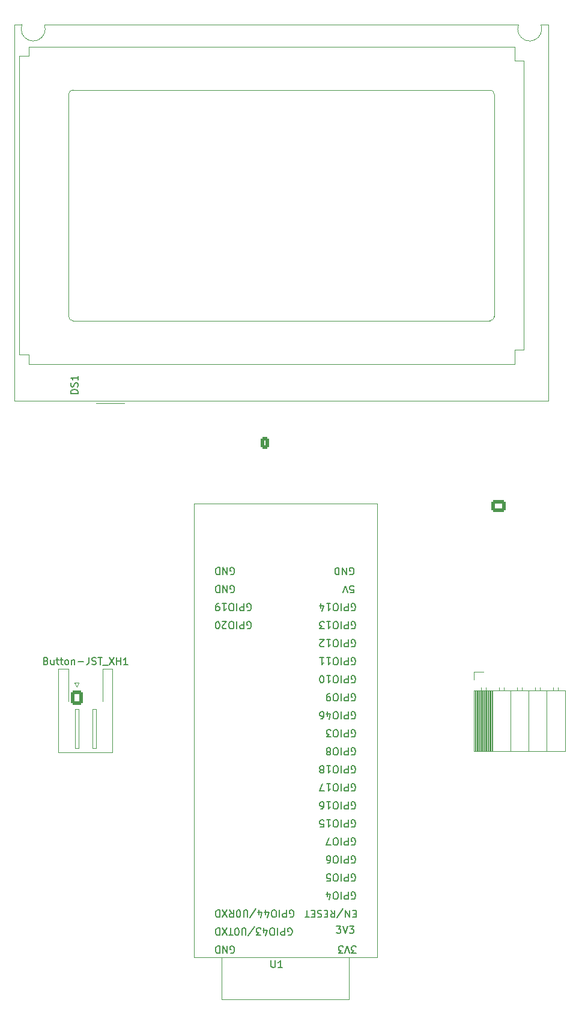
<source format=gto>
G04 #@! TF.GenerationSoftware,KiCad,Pcbnew,8.0.8*
G04 #@! TF.CreationDate,2025-02-11T14:36:37+01:00*
G04 #@! TF.ProjectId,dmp,646d702e-6b69-4636-9164-5f7063625858,rev?*
G04 #@! TF.SameCoordinates,Original*
G04 #@! TF.FileFunction,Legend,Top*
G04 #@! TF.FilePolarity,Positive*
%FSLAX46Y46*%
G04 Gerber Fmt 4.6, Leading zero omitted, Abs format (unit mm)*
G04 Created by KiCad (PCBNEW 8.0.8) date 2025-02-11 14:36:37*
%MOMM*%
%LPD*%
G01*
G04 APERTURE LIST*
G04 Aperture macros list*
%AMRoundRect*
0 Rectangle with rounded corners*
0 $1 Rounding radius*
0 $2 $3 $4 $5 $6 $7 $8 $9 X,Y pos of 4 corners*
0 Add a 4 corners polygon primitive as box body*
4,1,4,$2,$3,$4,$5,$6,$7,$8,$9,$2,$3,0*
0 Add four circle primitives for the rounded corners*
1,1,$1+$1,$2,$3*
1,1,$1+$1,$4,$5*
1,1,$1+$1,$6,$7*
1,1,$1+$1,$8,$9*
0 Add four rect primitives between the rounded corners*
20,1,$1+$1,$2,$3,$4,$5,0*
20,1,$1+$1,$4,$5,$6,$7,0*
20,1,$1+$1,$6,$7,$8,$9,0*
20,1,$1+$1,$8,$9,$2,$3,0*%
G04 Aperture macros list end*
%ADD10C,0.150000*%
%ADD11C,0.120000*%
%ADD12C,0.100000*%
%ADD13R,1.700000X1.700000*%
%ADD14O,1.700000X1.700000*%
%ADD15RoundRect,0.250000X-0.600000X-0.750000X0.600000X-0.750000X0.600000X0.750000X-0.600000X0.750000X0*%
%ADD16O,1.700000X2.000000*%
%ADD17R,2.000000X1.200000*%
%ADD18O,2.000000X1.200000*%
%ADD19C,3.200000*%
%ADD20R,1.800000X2.500000*%
%ADD21O,1.800000X2.500000*%
%ADD22RoundRect,0.250000X0.750000X-0.600000X0.750000X0.600000X-0.750000X0.600000X-0.750000X-0.600000X0*%
%ADD23O,2.000000X1.700000*%
%ADD24R,2.200000X2.200000*%
%ADD25O,2.200000X2.200000*%
%ADD26RoundRect,0.250000X-0.350000X-0.625000X0.350000X-0.625000X0.350000X0.625000X-0.350000X0.625000X0*%
%ADD27O,1.200000X1.750000*%
%ADD28C,0.600000*%
G04 APERTURE END LIST*
D10*
X93658570Y-112191009D02*
X93801427Y-112238628D01*
X93801427Y-112238628D02*
X93849046Y-112286247D01*
X93849046Y-112286247D02*
X93896665Y-112381485D01*
X93896665Y-112381485D02*
X93896665Y-112524342D01*
X93896665Y-112524342D02*
X93849046Y-112619580D01*
X93849046Y-112619580D02*
X93801427Y-112667200D01*
X93801427Y-112667200D02*
X93706189Y-112714819D01*
X93706189Y-112714819D02*
X93325237Y-112714819D01*
X93325237Y-112714819D02*
X93325237Y-111714819D01*
X93325237Y-111714819D02*
X93658570Y-111714819D01*
X93658570Y-111714819D02*
X93753808Y-111762438D01*
X93753808Y-111762438D02*
X93801427Y-111810057D01*
X93801427Y-111810057D02*
X93849046Y-111905295D01*
X93849046Y-111905295D02*
X93849046Y-112000533D01*
X93849046Y-112000533D02*
X93801427Y-112095771D01*
X93801427Y-112095771D02*
X93753808Y-112143390D01*
X93753808Y-112143390D02*
X93658570Y-112191009D01*
X93658570Y-112191009D02*
X93325237Y-112191009D01*
X94753808Y-112048152D02*
X94753808Y-112714819D01*
X94325237Y-112048152D02*
X94325237Y-112571961D01*
X94325237Y-112571961D02*
X94372856Y-112667200D01*
X94372856Y-112667200D02*
X94468094Y-112714819D01*
X94468094Y-112714819D02*
X94610951Y-112714819D01*
X94610951Y-112714819D02*
X94706189Y-112667200D01*
X94706189Y-112667200D02*
X94753808Y-112619580D01*
X95087142Y-112048152D02*
X95468094Y-112048152D01*
X95229999Y-111714819D02*
X95229999Y-112571961D01*
X95229999Y-112571961D02*
X95277618Y-112667200D01*
X95277618Y-112667200D02*
X95372856Y-112714819D01*
X95372856Y-112714819D02*
X95468094Y-112714819D01*
X95658571Y-112048152D02*
X96039523Y-112048152D01*
X95801428Y-111714819D02*
X95801428Y-112571961D01*
X95801428Y-112571961D02*
X95849047Y-112667200D01*
X95849047Y-112667200D02*
X95944285Y-112714819D01*
X95944285Y-112714819D02*
X96039523Y-112714819D01*
X96515714Y-112714819D02*
X96420476Y-112667200D01*
X96420476Y-112667200D02*
X96372857Y-112619580D01*
X96372857Y-112619580D02*
X96325238Y-112524342D01*
X96325238Y-112524342D02*
X96325238Y-112238628D01*
X96325238Y-112238628D02*
X96372857Y-112143390D01*
X96372857Y-112143390D02*
X96420476Y-112095771D01*
X96420476Y-112095771D02*
X96515714Y-112048152D01*
X96515714Y-112048152D02*
X96658571Y-112048152D01*
X96658571Y-112048152D02*
X96753809Y-112095771D01*
X96753809Y-112095771D02*
X96801428Y-112143390D01*
X96801428Y-112143390D02*
X96849047Y-112238628D01*
X96849047Y-112238628D02*
X96849047Y-112524342D01*
X96849047Y-112524342D02*
X96801428Y-112619580D01*
X96801428Y-112619580D02*
X96753809Y-112667200D01*
X96753809Y-112667200D02*
X96658571Y-112714819D01*
X96658571Y-112714819D02*
X96515714Y-112714819D01*
X97277619Y-112048152D02*
X97277619Y-112714819D01*
X97277619Y-112143390D02*
X97325238Y-112095771D01*
X97325238Y-112095771D02*
X97420476Y-112048152D01*
X97420476Y-112048152D02*
X97563333Y-112048152D01*
X97563333Y-112048152D02*
X97658571Y-112095771D01*
X97658571Y-112095771D02*
X97706190Y-112191009D01*
X97706190Y-112191009D02*
X97706190Y-112714819D01*
X98182381Y-112333866D02*
X98944286Y-112333866D01*
X99706190Y-111714819D02*
X99706190Y-112429104D01*
X99706190Y-112429104D02*
X99658571Y-112571961D01*
X99658571Y-112571961D02*
X99563333Y-112667200D01*
X99563333Y-112667200D02*
X99420476Y-112714819D01*
X99420476Y-112714819D02*
X99325238Y-112714819D01*
X100134762Y-112667200D02*
X100277619Y-112714819D01*
X100277619Y-112714819D02*
X100515714Y-112714819D01*
X100515714Y-112714819D02*
X100610952Y-112667200D01*
X100610952Y-112667200D02*
X100658571Y-112619580D01*
X100658571Y-112619580D02*
X100706190Y-112524342D01*
X100706190Y-112524342D02*
X100706190Y-112429104D01*
X100706190Y-112429104D02*
X100658571Y-112333866D01*
X100658571Y-112333866D02*
X100610952Y-112286247D01*
X100610952Y-112286247D02*
X100515714Y-112238628D01*
X100515714Y-112238628D02*
X100325238Y-112191009D01*
X100325238Y-112191009D02*
X100230000Y-112143390D01*
X100230000Y-112143390D02*
X100182381Y-112095771D01*
X100182381Y-112095771D02*
X100134762Y-112000533D01*
X100134762Y-112000533D02*
X100134762Y-111905295D01*
X100134762Y-111905295D02*
X100182381Y-111810057D01*
X100182381Y-111810057D02*
X100230000Y-111762438D01*
X100230000Y-111762438D02*
X100325238Y-111714819D01*
X100325238Y-111714819D02*
X100563333Y-111714819D01*
X100563333Y-111714819D02*
X100706190Y-111762438D01*
X100991905Y-111714819D02*
X101563333Y-111714819D01*
X101277619Y-112714819D02*
X101277619Y-111714819D01*
X101658572Y-112810057D02*
X102420476Y-112810057D01*
X102563334Y-111714819D02*
X103230000Y-112714819D01*
X103230000Y-111714819D02*
X102563334Y-112714819D01*
X103610953Y-112714819D02*
X103610953Y-111714819D01*
X103610953Y-112191009D02*
X104182381Y-112191009D01*
X104182381Y-112714819D02*
X104182381Y-111714819D01*
X105182381Y-112714819D02*
X104610953Y-112714819D01*
X104896667Y-112714819D02*
X104896667Y-111714819D01*
X104896667Y-111714819D02*
X104801429Y-111857676D01*
X104801429Y-111857676D02*
X104706191Y-111952914D01*
X104706191Y-111952914D02*
X104610953Y-112000533D01*
X125398095Y-154394819D02*
X125398095Y-155204342D01*
X125398095Y-155204342D02*
X125445714Y-155299580D01*
X125445714Y-155299580D02*
X125493333Y-155347200D01*
X125493333Y-155347200D02*
X125588571Y-155394819D01*
X125588571Y-155394819D02*
X125779047Y-155394819D01*
X125779047Y-155394819D02*
X125874285Y-155347200D01*
X125874285Y-155347200D02*
X125921904Y-155299580D01*
X125921904Y-155299580D02*
X125969523Y-155204342D01*
X125969523Y-155204342D02*
X125969523Y-154394819D01*
X126969523Y-155394819D02*
X126398095Y-155394819D01*
X126683809Y-155394819D02*
X126683809Y-154394819D01*
X126683809Y-154394819D02*
X126588571Y-154537676D01*
X126588571Y-154537676D02*
X126493333Y-154632914D01*
X126493333Y-154632914D02*
X126398095Y-154680533D01*
X119654398Y-99997561D02*
X119749636Y-100045180D01*
X119749636Y-100045180D02*
X119892493Y-100045180D01*
X119892493Y-100045180D02*
X120035350Y-99997561D01*
X120035350Y-99997561D02*
X120130588Y-99902323D01*
X120130588Y-99902323D02*
X120178207Y-99807085D01*
X120178207Y-99807085D02*
X120225826Y-99616609D01*
X120225826Y-99616609D02*
X120225826Y-99473752D01*
X120225826Y-99473752D02*
X120178207Y-99283276D01*
X120178207Y-99283276D02*
X120130588Y-99188038D01*
X120130588Y-99188038D02*
X120035350Y-99092800D01*
X120035350Y-99092800D02*
X119892493Y-99045180D01*
X119892493Y-99045180D02*
X119797255Y-99045180D01*
X119797255Y-99045180D02*
X119654398Y-99092800D01*
X119654398Y-99092800D02*
X119606779Y-99140419D01*
X119606779Y-99140419D02*
X119606779Y-99473752D01*
X119606779Y-99473752D02*
X119797255Y-99473752D01*
X119178207Y-99045180D02*
X119178207Y-100045180D01*
X119178207Y-100045180D02*
X118606779Y-99045180D01*
X118606779Y-99045180D02*
X118606779Y-100045180D01*
X118130588Y-99045180D02*
X118130588Y-100045180D01*
X118130588Y-100045180D02*
X117892493Y-100045180D01*
X117892493Y-100045180D02*
X117749636Y-99997561D01*
X117749636Y-99997561D02*
X117654398Y-99902323D01*
X117654398Y-99902323D02*
X117606779Y-99807085D01*
X117606779Y-99807085D02*
X117559160Y-99616609D01*
X117559160Y-99616609D02*
X117559160Y-99473752D01*
X117559160Y-99473752D02*
X117606779Y-99283276D01*
X117606779Y-99283276D02*
X117654398Y-99188038D01*
X117654398Y-99188038D02*
X117749636Y-99092800D01*
X117749636Y-99092800D02*
X117892493Y-99045180D01*
X117892493Y-99045180D02*
X118130588Y-99045180D01*
X136729411Y-135557561D02*
X136824649Y-135605180D01*
X136824649Y-135605180D02*
X136967506Y-135605180D01*
X136967506Y-135605180D02*
X137110363Y-135557561D01*
X137110363Y-135557561D02*
X137205601Y-135462323D01*
X137205601Y-135462323D02*
X137253220Y-135367085D01*
X137253220Y-135367085D02*
X137300839Y-135176609D01*
X137300839Y-135176609D02*
X137300839Y-135033752D01*
X137300839Y-135033752D02*
X137253220Y-134843276D01*
X137253220Y-134843276D02*
X137205601Y-134748038D01*
X137205601Y-134748038D02*
X137110363Y-134652800D01*
X137110363Y-134652800D02*
X136967506Y-134605180D01*
X136967506Y-134605180D02*
X136872268Y-134605180D01*
X136872268Y-134605180D02*
X136729411Y-134652800D01*
X136729411Y-134652800D02*
X136681792Y-134700419D01*
X136681792Y-134700419D02*
X136681792Y-135033752D01*
X136681792Y-135033752D02*
X136872268Y-135033752D01*
X136253220Y-134605180D02*
X136253220Y-135605180D01*
X136253220Y-135605180D02*
X135872268Y-135605180D01*
X135872268Y-135605180D02*
X135777030Y-135557561D01*
X135777030Y-135557561D02*
X135729411Y-135509942D01*
X135729411Y-135509942D02*
X135681792Y-135414704D01*
X135681792Y-135414704D02*
X135681792Y-135271847D01*
X135681792Y-135271847D02*
X135729411Y-135176609D01*
X135729411Y-135176609D02*
X135777030Y-135128990D01*
X135777030Y-135128990D02*
X135872268Y-135081371D01*
X135872268Y-135081371D02*
X136253220Y-135081371D01*
X135253220Y-134605180D02*
X135253220Y-135605180D01*
X134586554Y-135605180D02*
X134396078Y-135605180D01*
X134396078Y-135605180D02*
X134300840Y-135557561D01*
X134300840Y-135557561D02*
X134205602Y-135462323D01*
X134205602Y-135462323D02*
X134157983Y-135271847D01*
X134157983Y-135271847D02*
X134157983Y-134938514D01*
X134157983Y-134938514D02*
X134205602Y-134748038D01*
X134205602Y-134748038D02*
X134300840Y-134652800D01*
X134300840Y-134652800D02*
X134396078Y-134605180D01*
X134396078Y-134605180D02*
X134586554Y-134605180D01*
X134586554Y-134605180D02*
X134681792Y-134652800D01*
X134681792Y-134652800D02*
X134777030Y-134748038D01*
X134777030Y-134748038D02*
X134824649Y-134938514D01*
X134824649Y-134938514D02*
X134824649Y-135271847D01*
X134824649Y-135271847D02*
X134777030Y-135462323D01*
X134777030Y-135462323D02*
X134681792Y-135557561D01*
X134681792Y-135557561D02*
X134586554Y-135605180D01*
X133205602Y-134605180D02*
X133777030Y-134605180D01*
X133491316Y-134605180D02*
X133491316Y-135605180D01*
X133491316Y-135605180D02*
X133586554Y-135462323D01*
X133586554Y-135462323D02*
X133681792Y-135367085D01*
X133681792Y-135367085D02*
X133777030Y-135319466D01*
X132300840Y-135605180D02*
X132777030Y-135605180D01*
X132777030Y-135605180D02*
X132824649Y-135128990D01*
X132824649Y-135128990D02*
X132777030Y-135176609D01*
X132777030Y-135176609D02*
X132681792Y-135224228D01*
X132681792Y-135224228D02*
X132443697Y-135224228D01*
X132443697Y-135224228D02*
X132348459Y-135176609D01*
X132348459Y-135176609D02*
X132300840Y-135128990D01*
X132300840Y-135128990D02*
X132253221Y-135033752D01*
X132253221Y-135033752D02*
X132253221Y-134795657D01*
X132253221Y-134795657D02*
X132300840Y-134700419D01*
X132300840Y-134700419D02*
X132348459Y-134652800D01*
X132348459Y-134652800D02*
X132443697Y-134605180D01*
X132443697Y-134605180D02*
X132681792Y-134605180D01*
X132681792Y-134605180D02*
X132777030Y-134652800D01*
X132777030Y-134652800D02*
X132824649Y-134700419D01*
X136729411Y-117777561D02*
X136824649Y-117825180D01*
X136824649Y-117825180D02*
X136967506Y-117825180D01*
X136967506Y-117825180D02*
X137110363Y-117777561D01*
X137110363Y-117777561D02*
X137205601Y-117682323D01*
X137205601Y-117682323D02*
X137253220Y-117587085D01*
X137253220Y-117587085D02*
X137300839Y-117396609D01*
X137300839Y-117396609D02*
X137300839Y-117253752D01*
X137300839Y-117253752D02*
X137253220Y-117063276D01*
X137253220Y-117063276D02*
X137205601Y-116968038D01*
X137205601Y-116968038D02*
X137110363Y-116872800D01*
X137110363Y-116872800D02*
X136967506Y-116825180D01*
X136967506Y-116825180D02*
X136872268Y-116825180D01*
X136872268Y-116825180D02*
X136729411Y-116872800D01*
X136729411Y-116872800D02*
X136681792Y-116920419D01*
X136681792Y-116920419D02*
X136681792Y-117253752D01*
X136681792Y-117253752D02*
X136872268Y-117253752D01*
X136253220Y-116825180D02*
X136253220Y-117825180D01*
X136253220Y-117825180D02*
X135872268Y-117825180D01*
X135872268Y-117825180D02*
X135777030Y-117777561D01*
X135777030Y-117777561D02*
X135729411Y-117729942D01*
X135729411Y-117729942D02*
X135681792Y-117634704D01*
X135681792Y-117634704D02*
X135681792Y-117491847D01*
X135681792Y-117491847D02*
X135729411Y-117396609D01*
X135729411Y-117396609D02*
X135777030Y-117348990D01*
X135777030Y-117348990D02*
X135872268Y-117301371D01*
X135872268Y-117301371D02*
X136253220Y-117301371D01*
X135253220Y-116825180D02*
X135253220Y-117825180D01*
X134586554Y-117825180D02*
X134396078Y-117825180D01*
X134396078Y-117825180D02*
X134300840Y-117777561D01*
X134300840Y-117777561D02*
X134205602Y-117682323D01*
X134205602Y-117682323D02*
X134157983Y-117491847D01*
X134157983Y-117491847D02*
X134157983Y-117158514D01*
X134157983Y-117158514D02*
X134205602Y-116968038D01*
X134205602Y-116968038D02*
X134300840Y-116872800D01*
X134300840Y-116872800D02*
X134396078Y-116825180D01*
X134396078Y-116825180D02*
X134586554Y-116825180D01*
X134586554Y-116825180D02*
X134681792Y-116872800D01*
X134681792Y-116872800D02*
X134777030Y-116968038D01*
X134777030Y-116968038D02*
X134824649Y-117158514D01*
X134824649Y-117158514D02*
X134824649Y-117491847D01*
X134824649Y-117491847D02*
X134777030Y-117682323D01*
X134777030Y-117682323D02*
X134681792Y-117777561D01*
X134681792Y-117777561D02*
X134586554Y-117825180D01*
X133681792Y-116825180D02*
X133491316Y-116825180D01*
X133491316Y-116825180D02*
X133396078Y-116872800D01*
X133396078Y-116872800D02*
X133348459Y-116920419D01*
X133348459Y-116920419D02*
X133253221Y-117063276D01*
X133253221Y-117063276D02*
X133205602Y-117253752D01*
X133205602Y-117253752D02*
X133205602Y-117634704D01*
X133205602Y-117634704D02*
X133253221Y-117729942D01*
X133253221Y-117729942D02*
X133300840Y-117777561D01*
X133300840Y-117777561D02*
X133396078Y-117825180D01*
X133396078Y-117825180D02*
X133586554Y-117825180D01*
X133586554Y-117825180D02*
X133681792Y-117777561D01*
X133681792Y-117777561D02*
X133729411Y-117729942D01*
X133729411Y-117729942D02*
X133777030Y-117634704D01*
X133777030Y-117634704D02*
X133777030Y-117396609D01*
X133777030Y-117396609D02*
X133729411Y-117301371D01*
X133729411Y-117301371D02*
X133681792Y-117253752D01*
X133681792Y-117253752D02*
X133586554Y-117206133D01*
X133586554Y-117206133D02*
X133396078Y-117206133D01*
X133396078Y-117206133D02*
X133300840Y-117253752D01*
X133300840Y-117253752D02*
X133253221Y-117301371D01*
X133253221Y-117301371D02*
X133205602Y-117396609D01*
X136526710Y-102587900D02*
X137002900Y-102587900D01*
X137002900Y-102587900D02*
X137050519Y-102111710D01*
X137050519Y-102111710D02*
X137002900Y-102159329D01*
X137002900Y-102159329D02*
X136907662Y-102206948D01*
X136907662Y-102206948D02*
X136669567Y-102206948D01*
X136669567Y-102206948D02*
X136574329Y-102159329D01*
X136574329Y-102159329D02*
X136526710Y-102111710D01*
X136526710Y-102111710D02*
X136479091Y-102016472D01*
X136479091Y-102016472D02*
X136479091Y-101778377D01*
X136479091Y-101778377D02*
X136526710Y-101683139D01*
X136526710Y-101683139D02*
X136574329Y-101635520D01*
X136574329Y-101635520D02*
X136669567Y-101587900D01*
X136669567Y-101587900D02*
X136907662Y-101587900D01*
X136907662Y-101587900D02*
X137002900Y-101635520D01*
X137002900Y-101635520D02*
X137050519Y-101683139D01*
X136193376Y-102587900D02*
X135860043Y-101587900D01*
X135860043Y-101587900D02*
X135526710Y-102587900D01*
X137358078Y-147831710D02*
X137024745Y-147831710D01*
X136881888Y-147307900D02*
X137358078Y-147307900D01*
X137358078Y-147307900D02*
X137358078Y-148307900D01*
X137358078Y-148307900D02*
X136881888Y-148307900D01*
X136453316Y-147307900D02*
X136453316Y-148307900D01*
X136453316Y-148307900D02*
X135881888Y-147307900D01*
X135881888Y-147307900D02*
X135881888Y-148307900D01*
X134691412Y-148355520D02*
X135548554Y-147069805D01*
X133786650Y-147307900D02*
X134119983Y-147784091D01*
X134358078Y-147307900D02*
X134358078Y-148307900D01*
X134358078Y-148307900D02*
X133977126Y-148307900D01*
X133977126Y-148307900D02*
X133881888Y-148260281D01*
X133881888Y-148260281D02*
X133834269Y-148212662D01*
X133834269Y-148212662D02*
X133786650Y-148117424D01*
X133786650Y-148117424D02*
X133786650Y-147974567D01*
X133786650Y-147974567D02*
X133834269Y-147879329D01*
X133834269Y-147879329D02*
X133881888Y-147831710D01*
X133881888Y-147831710D02*
X133977126Y-147784091D01*
X133977126Y-147784091D02*
X134358078Y-147784091D01*
X133358078Y-147831710D02*
X133024745Y-147831710D01*
X132881888Y-147307900D02*
X133358078Y-147307900D01*
X133358078Y-147307900D02*
X133358078Y-148307900D01*
X133358078Y-148307900D02*
X132881888Y-148307900D01*
X132500935Y-147355520D02*
X132358078Y-147307900D01*
X132358078Y-147307900D02*
X132119983Y-147307900D01*
X132119983Y-147307900D02*
X132024745Y-147355520D01*
X132024745Y-147355520D02*
X131977126Y-147403139D01*
X131977126Y-147403139D02*
X131929507Y-147498377D01*
X131929507Y-147498377D02*
X131929507Y-147593615D01*
X131929507Y-147593615D02*
X131977126Y-147688853D01*
X131977126Y-147688853D02*
X132024745Y-147736472D01*
X132024745Y-147736472D02*
X132119983Y-147784091D01*
X132119983Y-147784091D02*
X132310459Y-147831710D01*
X132310459Y-147831710D02*
X132405697Y-147879329D01*
X132405697Y-147879329D02*
X132453316Y-147926948D01*
X132453316Y-147926948D02*
X132500935Y-148022186D01*
X132500935Y-148022186D02*
X132500935Y-148117424D01*
X132500935Y-148117424D02*
X132453316Y-148212662D01*
X132453316Y-148212662D02*
X132405697Y-148260281D01*
X132405697Y-148260281D02*
X132310459Y-148307900D01*
X132310459Y-148307900D02*
X132072364Y-148307900D01*
X132072364Y-148307900D02*
X131929507Y-148260281D01*
X131500935Y-147831710D02*
X131167602Y-147831710D01*
X131024745Y-147307900D02*
X131500935Y-147307900D01*
X131500935Y-147307900D02*
X131500935Y-148307900D01*
X131500935Y-148307900D02*
X131024745Y-148307900D01*
X130739030Y-148307900D02*
X130167602Y-148307900D01*
X130453316Y-147307900D02*
X130453316Y-148307900D01*
X134601541Y-149554819D02*
X135220588Y-149554819D01*
X135220588Y-149554819D02*
X134887255Y-149935771D01*
X134887255Y-149935771D02*
X135030112Y-149935771D01*
X135030112Y-149935771D02*
X135125350Y-149983390D01*
X135125350Y-149983390D02*
X135172969Y-150031009D01*
X135172969Y-150031009D02*
X135220588Y-150126247D01*
X135220588Y-150126247D02*
X135220588Y-150364342D01*
X135220588Y-150364342D02*
X135172969Y-150459580D01*
X135172969Y-150459580D02*
X135125350Y-150507200D01*
X135125350Y-150507200D02*
X135030112Y-150554819D01*
X135030112Y-150554819D02*
X134744398Y-150554819D01*
X134744398Y-150554819D02*
X134649160Y-150507200D01*
X134649160Y-150507200D02*
X134601541Y-150459580D01*
X135506303Y-149554819D02*
X135839636Y-150554819D01*
X135839636Y-150554819D02*
X136172969Y-149554819D01*
X136411065Y-149554819D02*
X137030112Y-149554819D01*
X137030112Y-149554819D02*
X136696779Y-149935771D01*
X136696779Y-149935771D02*
X136839636Y-149935771D01*
X136839636Y-149935771D02*
X136934874Y-149983390D01*
X136934874Y-149983390D02*
X136982493Y-150031009D01*
X136982493Y-150031009D02*
X137030112Y-150126247D01*
X137030112Y-150126247D02*
X137030112Y-150364342D01*
X137030112Y-150364342D02*
X136982493Y-150459580D01*
X136982493Y-150459580D02*
X136934874Y-150507200D01*
X136934874Y-150507200D02*
X136839636Y-150554819D01*
X136839636Y-150554819D02*
X136553922Y-150554819D01*
X136553922Y-150554819D02*
X136458684Y-150507200D01*
X136458684Y-150507200D02*
X136411065Y-150459580D01*
X128035350Y-148257561D02*
X128130588Y-148305180D01*
X128130588Y-148305180D02*
X128273445Y-148305180D01*
X128273445Y-148305180D02*
X128416302Y-148257561D01*
X128416302Y-148257561D02*
X128511540Y-148162323D01*
X128511540Y-148162323D02*
X128559159Y-148067085D01*
X128559159Y-148067085D02*
X128606778Y-147876609D01*
X128606778Y-147876609D02*
X128606778Y-147733752D01*
X128606778Y-147733752D02*
X128559159Y-147543276D01*
X128559159Y-147543276D02*
X128511540Y-147448038D01*
X128511540Y-147448038D02*
X128416302Y-147352800D01*
X128416302Y-147352800D02*
X128273445Y-147305180D01*
X128273445Y-147305180D02*
X128178207Y-147305180D01*
X128178207Y-147305180D02*
X128035350Y-147352800D01*
X128035350Y-147352800D02*
X127987731Y-147400419D01*
X127987731Y-147400419D02*
X127987731Y-147733752D01*
X127987731Y-147733752D02*
X128178207Y-147733752D01*
X127559159Y-147305180D02*
X127559159Y-148305180D01*
X127559159Y-148305180D02*
X127178207Y-148305180D01*
X127178207Y-148305180D02*
X127082969Y-148257561D01*
X127082969Y-148257561D02*
X127035350Y-148209942D01*
X127035350Y-148209942D02*
X126987731Y-148114704D01*
X126987731Y-148114704D02*
X126987731Y-147971847D01*
X126987731Y-147971847D02*
X127035350Y-147876609D01*
X127035350Y-147876609D02*
X127082969Y-147828990D01*
X127082969Y-147828990D02*
X127178207Y-147781371D01*
X127178207Y-147781371D02*
X127559159Y-147781371D01*
X126559159Y-147305180D02*
X126559159Y-148305180D01*
X125892493Y-148305180D02*
X125702017Y-148305180D01*
X125702017Y-148305180D02*
X125606779Y-148257561D01*
X125606779Y-148257561D02*
X125511541Y-148162323D01*
X125511541Y-148162323D02*
X125463922Y-147971847D01*
X125463922Y-147971847D02*
X125463922Y-147638514D01*
X125463922Y-147638514D02*
X125511541Y-147448038D01*
X125511541Y-147448038D02*
X125606779Y-147352800D01*
X125606779Y-147352800D02*
X125702017Y-147305180D01*
X125702017Y-147305180D02*
X125892493Y-147305180D01*
X125892493Y-147305180D02*
X125987731Y-147352800D01*
X125987731Y-147352800D02*
X126082969Y-147448038D01*
X126082969Y-147448038D02*
X126130588Y-147638514D01*
X126130588Y-147638514D02*
X126130588Y-147971847D01*
X126130588Y-147971847D02*
X126082969Y-148162323D01*
X126082969Y-148162323D02*
X125987731Y-148257561D01*
X125987731Y-148257561D02*
X125892493Y-148305180D01*
X124606779Y-147971847D02*
X124606779Y-147305180D01*
X124844874Y-148352800D02*
X125082969Y-147638514D01*
X125082969Y-147638514D02*
X124463922Y-147638514D01*
X123654398Y-147971847D02*
X123654398Y-147305180D01*
X123892493Y-148352800D02*
X124130588Y-147638514D01*
X124130588Y-147638514D02*
X123511541Y-147638514D01*
X122416303Y-148352800D02*
X123273445Y-147067085D01*
X122082969Y-148305180D02*
X122082969Y-147495657D01*
X122082969Y-147495657D02*
X122035350Y-147400419D01*
X122035350Y-147400419D02*
X121987731Y-147352800D01*
X121987731Y-147352800D02*
X121892493Y-147305180D01*
X121892493Y-147305180D02*
X121702017Y-147305180D01*
X121702017Y-147305180D02*
X121606779Y-147352800D01*
X121606779Y-147352800D02*
X121559160Y-147400419D01*
X121559160Y-147400419D02*
X121511541Y-147495657D01*
X121511541Y-147495657D02*
X121511541Y-148305180D01*
X120844874Y-148305180D02*
X120749636Y-148305180D01*
X120749636Y-148305180D02*
X120654398Y-148257561D01*
X120654398Y-148257561D02*
X120606779Y-148209942D01*
X120606779Y-148209942D02*
X120559160Y-148114704D01*
X120559160Y-148114704D02*
X120511541Y-147924228D01*
X120511541Y-147924228D02*
X120511541Y-147686133D01*
X120511541Y-147686133D02*
X120559160Y-147495657D01*
X120559160Y-147495657D02*
X120606779Y-147400419D01*
X120606779Y-147400419D02*
X120654398Y-147352800D01*
X120654398Y-147352800D02*
X120749636Y-147305180D01*
X120749636Y-147305180D02*
X120844874Y-147305180D01*
X120844874Y-147305180D02*
X120940112Y-147352800D01*
X120940112Y-147352800D02*
X120987731Y-147400419D01*
X120987731Y-147400419D02*
X121035350Y-147495657D01*
X121035350Y-147495657D02*
X121082969Y-147686133D01*
X121082969Y-147686133D02*
X121082969Y-147924228D01*
X121082969Y-147924228D02*
X121035350Y-148114704D01*
X121035350Y-148114704D02*
X120987731Y-148209942D01*
X120987731Y-148209942D02*
X120940112Y-148257561D01*
X120940112Y-148257561D02*
X120844874Y-148305180D01*
X119511541Y-147305180D02*
X119844874Y-147781371D01*
X120082969Y-147305180D02*
X120082969Y-148305180D01*
X120082969Y-148305180D02*
X119702017Y-148305180D01*
X119702017Y-148305180D02*
X119606779Y-148257561D01*
X119606779Y-148257561D02*
X119559160Y-148209942D01*
X119559160Y-148209942D02*
X119511541Y-148114704D01*
X119511541Y-148114704D02*
X119511541Y-147971847D01*
X119511541Y-147971847D02*
X119559160Y-147876609D01*
X119559160Y-147876609D02*
X119606779Y-147828990D01*
X119606779Y-147828990D02*
X119702017Y-147781371D01*
X119702017Y-147781371D02*
X120082969Y-147781371D01*
X119178207Y-148305180D02*
X118511541Y-147305180D01*
X118511541Y-148305180D02*
X119178207Y-147305180D01*
X118130588Y-147305180D02*
X118130588Y-148305180D01*
X118130588Y-148305180D02*
X117892493Y-148305180D01*
X117892493Y-148305180D02*
X117749636Y-148257561D01*
X117749636Y-148257561D02*
X117654398Y-148162323D01*
X117654398Y-148162323D02*
X117606779Y-148067085D01*
X117606779Y-148067085D02*
X117559160Y-147876609D01*
X117559160Y-147876609D02*
X117559160Y-147733752D01*
X117559160Y-147733752D02*
X117606779Y-147543276D01*
X117606779Y-147543276D02*
X117654398Y-147448038D01*
X117654398Y-147448038D02*
X117749636Y-147352800D01*
X117749636Y-147352800D02*
X117892493Y-147305180D01*
X117892493Y-147305180D02*
X118130588Y-147305180D01*
X136729411Y-138097561D02*
X136824649Y-138145180D01*
X136824649Y-138145180D02*
X136967506Y-138145180D01*
X136967506Y-138145180D02*
X137110363Y-138097561D01*
X137110363Y-138097561D02*
X137205601Y-138002323D01*
X137205601Y-138002323D02*
X137253220Y-137907085D01*
X137253220Y-137907085D02*
X137300839Y-137716609D01*
X137300839Y-137716609D02*
X137300839Y-137573752D01*
X137300839Y-137573752D02*
X137253220Y-137383276D01*
X137253220Y-137383276D02*
X137205601Y-137288038D01*
X137205601Y-137288038D02*
X137110363Y-137192800D01*
X137110363Y-137192800D02*
X136967506Y-137145180D01*
X136967506Y-137145180D02*
X136872268Y-137145180D01*
X136872268Y-137145180D02*
X136729411Y-137192800D01*
X136729411Y-137192800D02*
X136681792Y-137240419D01*
X136681792Y-137240419D02*
X136681792Y-137573752D01*
X136681792Y-137573752D02*
X136872268Y-137573752D01*
X136253220Y-137145180D02*
X136253220Y-138145180D01*
X136253220Y-138145180D02*
X135872268Y-138145180D01*
X135872268Y-138145180D02*
X135777030Y-138097561D01*
X135777030Y-138097561D02*
X135729411Y-138049942D01*
X135729411Y-138049942D02*
X135681792Y-137954704D01*
X135681792Y-137954704D02*
X135681792Y-137811847D01*
X135681792Y-137811847D02*
X135729411Y-137716609D01*
X135729411Y-137716609D02*
X135777030Y-137668990D01*
X135777030Y-137668990D02*
X135872268Y-137621371D01*
X135872268Y-137621371D02*
X136253220Y-137621371D01*
X135253220Y-137145180D02*
X135253220Y-138145180D01*
X134586554Y-138145180D02*
X134396078Y-138145180D01*
X134396078Y-138145180D02*
X134300840Y-138097561D01*
X134300840Y-138097561D02*
X134205602Y-138002323D01*
X134205602Y-138002323D02*
X134157983Y-137811847D01*
X134157983Y-137811847D02*
X134157983Y-137478514D01*
X134157983Y-137478514D02*
X134205602Y-137288038D01*
X134205602Y-137288038D02*
X134300840Y-137192800D01*
X134300840Y-137192800D02*
X134396078Y-137145180D01*
X134396078Y-137145180D02*
X134586554Y-137145180D01*
X134586554Y-137145180D02*
X134681792Y-137192800D01*
X134681792Y-137192800D02*
X134777030Y-137288038D01*
X134777030Y-137288038D02*
X134824649Y-137478514D01*
X134824649Y-137478514D02*
X134824649Y-137811847D01*
X134824649Y-137811847D02*
X134777030Y-138002323D01*
X134777030Y-138002323D02*
X134681792Y-138097561D01*
X134681792Y-138097561D02*
X134586554Y-138145180D01*
X133824649Y-138145180D02*
X133157983Y-138145180D01*
X133157983Y-138145180D02*
X133586554Y-137145180D01*
X136729411Y-127937561D02*
X136824649Y-127985180D01*
X136824649Y-127985180D02*
X136967506Y-127985180D01*
X136967506Y-127985180D02*
X137110363Y-127937561D01*
X137110363Y-127937561D02*
X137205601Y-127842323D01*
X137205601Y-127842323D02*
X137253220Y-127747085D01*
X137253220Y-127747085D02*
X137300839Y-127556609D01*
X137300839Y-127556609D02*
X137300839Y-127413752D01*
X137300839Y-127413752D02*
X137253220Y-127223276D01*
X137253220Y-127223276D02*
X137205601Y-127128038D01*
X137205601Y-127128038D02*
X137110363Y-127032800D01*
X137110363Y-127032800D02*
X136967506Y-126985180D01*
X136967506Y-126985180D02*
X136872268Y-126985180D01*
X136872268Y-126985180D02*
X136729411Y-127032800D01*
X136729411Y-127032800D02*
X136681792Y-127080419D01*
X136681792Y-127080419D02*
X136681792Y-127413752D01*
X136681792Y-127413752D02*
X136872268Y-127413752D01*
X136253220Y-126985180D02*
X136253220Y-127985180D01*
X136253220Y-127985180D02*
X135872268Y-127985180D01*
X135872268Y-127985180D02*
X135777030Y-127937561D01*
X135777030Y-127937561D02*
X135729411Y-127889942D01*
X135729411Y-127889942D02*
X135681792Y-127794704D01*
X135681792Y-127794704D02*
X135681792Y-127651847D01*
X135681792Y-127651847D02*
X135729411Y-127556609D01*
X135729411Y-127556609D02*
X135777030Y-127508990D01*
X135777030Y-127508990D02*
X135872268Y-127461371D01*
X135872268Y-127461371D02*
X136253220Y-127461371D01*
X135253220Y-126985180D02*
X135253220Y-127985180D01*
X134586554Y-127985180D02*
X134396078Y-127985180D01*
X134396078Y-127985180D02*
X134300840Y-127937561D01*
X134300840Y-127937561D02*
X134205602Y-127842323D01*
X134205602Y-127842323D02*
X134157983Y-127651847D01*
X134157983Y-127651847D02*
X134157983Y-127318514D01*
X134157983Y-127318514D02*
X134205602Y-127128038D01*
X134205602Y-127128038D02*
X134300840Y-127032800D01*
X134300840Y-127032800D02*
X134396078Y-126985180D01*
X134396078Y-126985180D02*
X134586554Y-126985180D01*
X134586554Y-126985180D02*
X134681792Y-127032800D01*
X134681792Y-127032800D02*
X134777030Y-127128038D01*
X134777030Y-127128038D02*
X134824649Y-127318514D01*
X134824649Y-127318514D02*
X134824649Y-127651847D01*
X134824649Y-127651847D02*
X134777030Y-127842323D01*
X134777030Y-127842323D02*
X134681792Y-127937561D01*
X134681792Y-127937561D02*
X134586554Y-127985180D01*
X133205602Y-126985180D02*
X133777030Y-126985180D01*
X133491316Y-126985180D02*
X133491316Y-127985180D01*
X133491316Y-127985180D02*
X133586554Y-127842323D01*
X133586554Y-127842323D02*
X133681792Y-127747085D01*
X133681792Y-127747085D02*
X133777030Y-127699466D01*
X132634173Y-127556609D02*
X132729411Y-127604228D01*
X132729411Y-127604228D02*
X132777030Y-127651847D01*
X132777030Y-127651847D02*
X132824649Y-127747085D01*
X132824649Y-127747085D02*
X132824649Y-127794704D01*
X132824649Y-127794704D02*
X132777030Y-127889942D01*
X132777030Y-127889942D02*
X132729411Y-127937561D01*
X132729411Y-127937561D02*
X132634173Y-127985180D01*
X132634173Y-127985180D02*
X132443697Y-127985180D01*
X132443697Y-127985180D02*
X132348459Y-127937561D01*
X132348459Y-127937561D02*
X132300840Y-127889942D01*
X132300840Y-127889942D02*
X132253221Y-127794704D01*
X132253221Y-127794704D02*
X132253221Y-127747085D01*
X132253221Y-127747085D02*
X132300840Y-127651847D01*
X132300840Y-127651847D02*
X132348459Y-127604228D01*
X132348459Y-127604228D02*
X132443697Y-127556609D01*
X132443697Y-127556609D02*
X132634173Y-127556609D01*
X132634173Y-127556609D02*
X132729411Y-127508990D01*
X132729411Y-127508990D02*
X132777030Y-127461371D01*
X132777030Y-127461371D02*
X132824649Y-127366133D01*
X132824649Y-127366133D02*
X132824649Y-127175657D01*
X132824649Y-127175657D02*
X132777030Y-127080419D01*
X132777030Y-127080419D02*
X132729411Y-127032800D01*
X132729411Y-127032800D02*
X132634173Y-126985180D01*
X132634173Y-126985180D02*
X132443697Y-126985180D01*
X132443697Y-126985180D02*
X132348459Y-127032800D01*
X132348459Y-127032800D02*
X132300840Y-127080419D01*
X132300840Y-127080419D02*
X132253221Y-127175657D01*
X132253221Y-127175657D02*
X132253221Y-127366133D01*
X132253221Y-127366133D02*
X132300840Y-127461371D01*
X132300840Y-127461371D02*
X132348459Y-127508990D01*
X132348459Y-127508990D02*
X132443697Y-127556609D01*
X136729411Y-107617561D02*
X136824649Y-107665180D01*
X136824649Y-107665180D02*
X136967506Y-107665180D01*
X136967506Y-107665180D02*
X137110363Y-107617561D01*
X137110363Y-107617561D02*
X137205601Y-107522323D01*
X137205601Y-107522323D02*
X137253220Y-107427085D01*
X137253220Y-107427085D02*
X137300839Y-107236609D01*
X137300839Y-107236609D02*
X137300839Y-107093752D01*
X137300839Y-107093752D02*
X137253220Y-106903276D01*
X137253220Y-106903276D02*
X137205601Y-106808038D01*
X137205601Y-106808038D02*
X137110363Y-106712800D01*
X137110363Y-106712800D02*
X136967506Y-106665180D01*
X136967506Y-106665180D02*
X136872268Y-106665180D01*
X136872268Y-106665180D02*
X136729411Y-106712800D01*
X136729411Y-106712800D02*
X136681792Y-106760419D01*
X136681792Y-106760419D02*
X136681792Y-107093752D01*
X136681792Y-107093752D02*
X136872268Y-107093752D01*
X136253220Y-106665180D02*
X136253220Y-107665180D01*
X136253220Y-107665180D02*
X135872268Y-107665180D01*
X135872268Y-107665180D02*
X135777030Y-107617561D01*
X135777030Y-107617561D02*
X135729411Y-107569942D01*
X135729411Y-107569942D02*
X135681792Y-107474704D01*
X135681792Y-107474704D02*
X135681792Y-107331847D01*
X135681792Y-107331847D02*
X135729411Y-107236609D01*
X135729411Y-107236609D02*
X135777030Y-107188990D01*
X135777030Y-107188990D02*
X135872268Y-107141371D01*
X135872268Y-107141371D02*
X136253220Y-107141371D01*
X135253220Y-106665180D02*
X135253220Y-107665180D01*
X134586554Y-107665180D02*
X134396078Y-107665180D01*
X134396078Y-107665180D02*
X134300840Y-107617561D01*
X134300840Y-107617561D02*
X134205602Y-107522323D01*
X134205602Y-107522323D02*
X134157983Y-107331847D01*
X134157983Y-107331847D02*
X134157983Y-106998514D01*
X134157983Y-106998514D02*
X134205602Y-106808038D01*
X134205602Y-106808038D02*
X134300840Y-106712800D01*
X134300840Y-106712800D02*
X134396078Y-106665180D01*
X134396078Y-106665180D02*
X134586554Y-106665180D01*
X134586554Y-106665180D02*
X134681792Y-106712800D01*
X134681792Y-106712800D02*
X134777030Y-106808038D01*
X134777030Y-106808038D02*
X134824649Y-106998514D01*
X134824649Y-106998514D02*
X134824649Y-107331847D01*
X134824649Y-107331847D02*
X134777030Y-107522323D01*
X134777030Y-107522323D02*
X134681792Y-107617561D01*
X134681792Y-107617561D02*
X134586554Y-107665180D01*
X133205602Y-106665180D02*
X133777030Y-106665180D01*
X133491316Y-106665180D02*
X133491316Y-107665180D01*
X133491316Y-107665180D02*
X133586554Y-107522323D01*
X133586554Y-107522323D02*
X133681792Y-107427085D01*
X133681792Y-107427085D02*
X133777030Y-107379466D01*
X132872268Y-107665180D02*
X132253221Y-107665180D01*
X132253221Y-107665180D02*
X132586554Y-107284228D01*
X132586554Y-107284228D02*
X132443697Y-107284228D01*
X132443697Y-107284228D02*
X132348459Y-107236609D01*
X132348459Y-107236609D02*
X132300840Y-107188990D01*
X132300840Y-107188990D02*
X132253221Y-107093752D01*
X132253221Y-107093752D02*
X132253221Y-106855657D01*
X132253221Y-106855657D02*
X132300840Y-106760419D01*
X132300840Y-106760419D02*
X132348459Y-106712800D01*
X132348459Y-106712800D02*
X132443697Y-106665180D01*
X132443697Y-106665180D02*
X132729411Y-106665180D01*
X132729411Y-106665180D02*
X132824649Y-106712800D01*
X132824649Y-106712800D02*
X132872268Y-106760419D01*
X136729411Y-112697561D02*
X136824649Y-112745180D01*
X136824649Y-112745180D02*
X136967506Y-112745180D01*
X136967506Y-112745180D02*
X137110363Y-112697561D01*
X137110363Y-112697561D02*
X137205601Y-112602323D01*
X137205601Y-112602323D02*
X137253220Y-112507085D01*
X137253220Y-112507085D02*
X137300839Y-112316609D01*
X137300839Y-112316609D02*
X137300839Y-112173752D01*
X137300839Y-112173752D02*
X137253220Y-111983276D01*
X137253220Y-111983276D02*
X137205601Y-111888038D01*
X137205601Y-111888038D02*
X137110363Y-111792800D01*
X137110363Y-111792800D02*
X136967506Y-111745180D01*
X136967506Y-111745180D02*
X136872268Y-111745180D01*
X136872268Y-111745180D02*
X136729411Y-111792800D01*
X136729411Y-111792800D02*
X136681792Y-111840419D01*
X136681792Y-111840419D02*
X136681792Y-112173752D01*
X136681792Y-112173752D02*
X136872268Y-112173752D01*
X136253220Y-111745180D02*
X136253220Y-112745180D01*
X136253220Y-112745180D02*
X135872268Y-112745180D01*
X135872268Y-112745180D02*
X135777030Y-112697561D01*
X135777030Y-112697561D02*
X135729411Y-112649942D01*
X135729411Y-112649942D02*
X135681792Y-112554704D01*
X135681792Y-112554704D02*
X135681792Y-112411847D01*
X135681792Y-112411847D02*
X135729411Y-112316609D01*
X135729411Y-112316609D02*
X135777030Y-112268990D01*
X135777030Y-112268990D02*
X135872268Y-112221371D01*
X135872268Y-112221371D02*
X136253220Y-112221371D01*
X135253220Y-111745180D02*
X135253220Y-112745180D01*
X134586554Y-112745180D02*
X134396078Y-112745180D01*
X134396078Y-112745180D02*
X134300840Y-112697561D01*
X134300840Y-112697561D02*
X134205602Y-112602323D01*
X134205602Y-112602323D02*
X134157983Y-112411847D01*
X134157983Y-112411847D02*
X134157983Y-112078514D01*
X134157983Y-112078514D02*
X134205602Y-111888038D01*
X134205602Y-111888038D02*
X134300840Y-111792800D01*
X134300840Y-111792800D02*
X134396078Y-111745180D01*
X134396078Y-111745180D02*
X134586554Y-111745180D01*
X134586554Y-111745180D02*
X134681792Y-111792800D01*
X134681792Y-111792800D02*
X134777030Y-111888038D01*
X134777030Y-111888038D02*
X134824649Y-112078514D01*
X134824649Y-112078514D02*
X134824649Y-112411847D01*
X134824649Y-112411847D02*
X134777030Y-112602323D01*
X134777030Y-112602323D02*
X134681792Y-112697561D01*
X134681792Y-112697561D02*
X134586554Y-112745180D01*
X133205602Y-111745180D02*
X133777030Y-111745180D01*
X133491316Y-111745180D02*
X133491316Y-112745180D01*
X133491316Y-112745180D02*
X133586554Y-112602323D01*
X133586554Y-112602323D02*
X133681792Y-112507085D01*
X133681792Y-112507085D02*
X133777030Y-112459466D01*
X132253221Y-111745180D02*
X132824649Y-111745180D01*
X132538935Y-111745180D02*
X132538935Y-112745180D01*
X132538935Y-112745180D02*
X132634173Y-112602323D01*
X132634173Y-112602323D02*
X132729411Y-112507085D01*
X132729411Y-112507085D02*
X132824649Y-112459466D01*
X127797255Y-150797561D02*
X127892493Y-150845180D01*
X127892493Y-150845180D02*
X128035350Y-150845180D01*
X128035350Y-150845180D02*
X128178207Y-150797561D01*
X128178207Y-150797561D02*
X128273445Y-150702323D01*
X128273445Y-150702323D02*
X128321064Y-150607085D01*
X128321064Y-150607085D02*
X128368683Y-150416609D01*
X128368683Y-150416609D02*
X128368683Y-150273752D01*
X128368683Y-150273752D02*
X128321064Y-150083276D01*
X128321064Y-150083276D02*
X128273445Y-149988038D01*
X128273445Y-149988038D02*
X128178207Y-149892800D01*
X128178207Y-149892800D02*
X128035350Y-149845180D01*
X128035350Y-149845180D02*
X127940112Y-149845180D01*
X127940112Y-149845180D02*
X127797255Y-149892800D01*
X127797255Y-149892800D02*
X127749636Y-149940419D01*
X127749636Y-149940419D02*
X127749636Y-150273752D01*
X127749636Y-150273752D02*
X127940112Y-150273752D01*
X127321064Y-149845180D02*
X127321064Y-150845180D01*
X127321064Y-150845180D02*
X126940112Y-150845180D01*
X126940112Y-150845180D02*
X126844874Y-150797561D01*
X126844874Y-150797561D02*
X126797255Y-150749942D01*
X126797255Y-150749942D02*
X126749636Y-150654704D01*
X126749636Y-150654704D02*
X126749636Y-150511847D01*
X126749636Y-150511847D02*
X126797255Y-150416609D01*
X126797255Y-150416609D02*
X126844874Y-150368990D01*
X126844874Y-150368990D02*
X126940112Y-150321371D01*
X126940112Y-150321371D02*
X127321064Y-150321371D01*
X126321064Y-149845180D02*
X126321064Y-150845180D01*
X125654398Y-150845180D02*
X125463922Y-150845180D01*
X125463922Y-150845180D02*
X125368684Y-150797561D01*
X125368684Y-150797561D02*
X125273446Y-150702323D01*
X125273446Y-150702323D02*
X125225827Y-150511847D01*
X125225827Y-150511847D02*
X125225827Y-150178514D01*
X125225827Y-150178514D02*
X125273446Y-149988038D01*
X125273446Y-149988038D02*
X125368684Y-149892800D01*
X125368684Y-149892800D02*
X125463922Y-149845180D01*
X125463922Y-149845180D02*
X125654398Y-149845180D01*
X125654398Y-149845180D02*
X125749636Y-149892800D01*
X125749636Y-149892800D02*
X125844874Y-149988038D01*
X125844874Y-149988038D02*
X125892493Y-150178514D01*
X125892493Y-150178514D02*
X125892493Y-150511847D01*
X125892493Y-150511847D02*
X125844874Y-150702323D01*
X125844874Y-150702323D02*
X125749636Y-150797561D01*
X125749636Y-150797561D02*
X125654398Y-150845180D01*
X124368684Y-150511847D02*
X124368684Y-149845180D01*
X124606779Y-150892800D02*
X124844874Y-150178514D01*
X124844874Y-150178514D02*
X124225827Y-150178514D01*
X123940112Y-150845180D02*
X123321065Y-150845180D01*
X123321065Y-150845180D02*
X123654398Y-150464228D01*
X123654398Y-150464228D02*
X123511541Y-150464228D01*
X123511541Y-150464228D02*
X123416303Y-150416609D01*
X123416303Y-150416609D02*
X123368684Y-150368990D01*
X123368684Y-150368990D02*
X123321065Y-150273752D01*
X123321065Y-150273752D02*
X123321065Y-150035657D01*
X123321065Y-150035657D02*
X123368684Y-149940419D01*
X123368684Y-149940419D02*
X123416303Y-149892800D01*
X123416303Y-149892800D02*
X123511541Y-149845180D01*
X123511541Y-149845180D02*
X123797255Y-149845180D01*
X123797255Y-149845180D02*
X123892493Y-149892800D01*
X123892493Y-149892800D02*
X123940112Y-149940419D01*
X122178208Y-150892800D02*
X123035350Y-149607085D01*
X121844874Y-150845180D02*
X121844874Y-150035657D01*
X121844874Y-150035657D02*
X121797255Y-149940419D01*
X121797255Y-149940419D02*
X121749636Y-149892800D01*
X121749636Y-149892800D02*
X121654398Y-149845180D01*
X121654398Y-149845180D02*
X121463922Y-149845180D01*
X121463922Y-149845180D02*
X121368684Y-149892800D01*
X121368684Y-149892800D02*
X121321065Y-149940419D01*
X121321065Y-149940419D02*
X121273446Y-150035657D01*
X121273446Y-150035657D02*
X121273446Y-150845180D01*
X120606779Y-150845180D02*
X120511541Y-150845180D01*
X120511541Y-150845180D02*
X120416303Y-150797561D01*
X120416303Y-150797561D02*
X120368684Y-150749942D01*
X120368684Y-150749942D02*
X120321065Y-150654704D01*
X120321065Y-150654704D02*
X120273446Y-150464228D01*
X120273446Y-150464228D02*
X120273446Y-150226133D01*
X120273446Y-150226133D02*
X120321065Y-150035657D01*
X120321065Y-150035657D02*
X120368684Y-149940419D01*
X120368684Y-149940419D02*
X120416303Y-149892800D01*
X120416303Y-149892800D02*
X120511541Y-149845180D01*
X120511541Y-149845180D02*
X120606779Y-149845180D01*
X120606779Y-149845180D02*
X120702017Y-149892800D01*
X120702017Y-149892800D02*
X120749636Y-149940419D01*
X120749636Y-149940419D02*
X120797255Y-150035657D01*
X120797255Y-150035657D02*
X120844874Y-150226133D01*
X120844874Y-150226133D02*
X120844874Y-150464228D01*
X120844874Y-150464228D02*
X120797255Y-150654704D01*
X120797255Y-150654704D02*
X120749636Y-150749942D01*
X120749636Y-150749942D02*
X120702017Y-150797561D01*
X120702017Y-150797561D02*
X120606779Y-150845180D01*
X119987731Y-150845180D02*
X119416303Y-150845180D01*
X119702017Y-149845180D02*
X119702017Y-150845180D01*
X119178207Y-150845180D02*
X118511541Y-149845180D01*
X118511541Y-150845180D02*
X119178207Y-149845180D01*
X118130588Y-149845180D02*
X118130588Y-150845180D01*
X118130588Y-150845180D02*
X117892493Y-150845180D01*
X117892493Y-150845180D02*
X117749636Y-150797561D01*
X117749636Y-150797561D02*
X117654398Y-150702323D01*
X117654398Y-150702323D02*
X117606779Y-150607085D01*
X117606779Y-150607085D02*
X117559160Y-150416609D01*
X117559160Y-150416609D02*
X117559160Y-150273752D01*
X117559160Y-150273752D02*
X117606779Y-150083276D01*
X117606779Y-150083276D02*
X117654398Y-149988038D01*
X117654398Y-149988038D02*
X117749636Y-149892800D01*
X117749636Y-149892800D02*
X117892493Y-149845180D01*
X117892493Y-149845180D02*
X118130588Y-149845180D01*
X136729411Y-143177561D02*
X136824649Y-143225180D01*
X136824649Y-143225180D02*
X136967506Y-143225180D01*
X136967506Y-143225180D02*
X137110363Y-143177561D01*
X137110363Y-143177561D02*
X137205601Y-143082323D01*
X137205601Y-143082323D02*
X137253220Y-142987085D01*
X137253220Y-142987085D02*
X137300839Y-142796609D01*
X137300839Y-142796609D02*
X137300839Y-142653752D01*
X137300839Y-142653752D02*
X137253220Y-142463276D01*
X137253220Y-142463276D02*
X137205601Y-142368038D01*
X137205601Y-142368038D02*
X137110363Y-142272800D01*
X137110363Y-142272800D02*
X136967506Y-142225180D01*
X136967506Y-142225180D02*
X136872268Y-142225180D01*
X136872268Y-142225180D02*
X136729411Y-142272800D01*
X136729411Y-142272800D02*
X136681792Y-142320419D01*
X136681792Y-142320419D02*
X136681792Y-142653752D01*
X136681792Y-142653752D02*
X136872268Y-142653752D01*
X136253220Y-142225180D02*
X136253220Y-143225180D01*
X136253220Y-143225180D02*
X135872268Y-143225180D01*
X135872268Y-143225180D02*
X135777030Y-143177561D01*
X135777030Y-143177561D02*
X135729411Y-143129942D01*
X135729411Y-143129942D02*
X135681792Y-143034704D01*
X135681792Y-143034704D02*
X135681792Y-142891847D01*
X135681792Y-142891847D02*
X135729411Y-142796609D01*
X135729411Y-142796609D02*
X135777030Y-142748990D01*
X135777030Y-142748990D02*
X135872268Y-142701371D01*
X135872268Y-142701371D02*
X136253220Y-142701371D01*
X135253220Y-142225180D02*
X135253220Y-143225180D01*
X134586554Y-143225180D02*
X134396078Y-143225180D01*
X134396078Y-143225180D02*
X134300840Y-143177561D01*
X134300840Y-143177561D02*
X134205602Y-143082323D01*
X134205602Y-143082323D02*
X134157983Y-142891847D01*
X134157983Y-142891847D02*
X134157983Y-142558514D01*
X134157983Y-142558514D02*
X134205602Y-142368038D01*
X134205602Y-142368038D02*
X134300840Y-142272800D01*
X134300840Y-142272800D02*
X134396078Y-142225180D01*
X134396078Y-142225180D02*
X134586554Y-142225180D01*
X134586554Y-142225180D02*
X134681792Y-142272800D01*
X134681792Y-142272800D02*
X134777030Y-142368038D01*
X134777030Y-142368038D02*
X134824649Y-142558514D01*
X134824649Y-142558514D02*
X134824649Y-142891847D01*
X134824649Y-142891847D02*
X134777030Y-143082323D01*
X134777030Y-143082323D02*
X134681792Y-143177561D01*
X134681792Y-143177561D02*
X134586554Y-143225180D01*
X133253221Y-143225180D02*
X133729411Y-143225180D01*
X133729411Y-143225180D02*
X133777030Y-142748990D01*
X133777030Y-142748990D02*
X133729411Y-142796609D01*
X133729411Y-142796609D02*
X133634173Y-142844228D01*
X133634173Y-142844228D02*
X133396078Y-142844228D01*
X133396078Y-142844228D02*
X133300840Y-142796609D01*
X133300840Y-142796609D02*
X133253221Y-142748990D01*
X133253221Y-142748990D02*
X133205602Y-142653752D01*
X133205602Y-142653752D02*
X133205602Y-142415657D01*
X133205602Y-142415657D02*
X133253221Y-142320419D01*
X133253221Y-142320419D02*
X133300840Y-142272800D01*
X133300840Y-142272800D02*
X133396078Y-142225180D01*
X133396078Y-142225180D02*
X133634173Y-142225180D01*
X133634173Y-142225180D02*
X133729411Y-142272800D01*
X133729411Y-142272800D02*
X133777030Y-142320419D01*
X136729411Y-110157561D02*
X136824649Y-110205180D01*
X136824649Y-110205180D02*
X136967506Y-110205180D01*
X136967506Y-110205180D02*
X137110363Y-110157561D01*
X137110363Y-110157561D02*
X137205601Y-110062323D01*
X137205601Y-110062323D02*
X137253220Y-109967085D01*
X137253220Y-109967085D02*
X137300839Y-109776609D01*
X137300839Y-109776609D02*
X137300839Y-109633752D01*
X137300839Y-109633752D02*
X137253220Y-109443276D01*
X137253220Y-109443276D02*
X137205601Y-109348038D01*
X137205601Y-109348038D02*
X137110363Y-109252800D01*
X137110363Y-109252800D02*
X136967506Y-109205180D01*
X136967506Y-109205180D02*
X136872268Y-109205180D01*
X136872268Y-109205180D02*
X136729411Y-109252800D01*
X136729411Y-109252800D02*
X136681792Y-109300419D01*
X136681792Y-109300419D02*
X136681792Y-109633752D01*
X136681792Y-109633752D02*
X136872268Y-109633752D01*
X136253220Y-109205180D02*
X136253220Y-110205180D01*
X136253220Y-110205180D02*
X135872268Y-110205180D01*
X135872268Y-110205180D02*
X135777030Y-110157561D01*
X135777030Y-110157561D02*
X135729411Y-110109942D01*
X135729411Y-110109942D02*
X135681792Y-110014704D01*
X135681792Y-110014704D02*
X135681792Y-109871847D01*
X135681792Y-109871847D02*
X135729411Y-109776609D01*
X135729411Y-109776609D02*
X135777030Y-109728990D01*
X135777030Y-109728990D02*
X135872268Y-109681371D01*
X135872268Y-109681371D02*
X136253220Y-109681371D01*
X135253220Y-109205180D02*
X135253220Y-110205180D01*
X134586554Y-110205180D02*
X134396078Y-110205180D01*
X134396078Y-110205180D02*
X134300840Y-110157561D01*
X134300840Y-110157561D02*
X134205602Y-110062323D01*
X134205602Y-110062323D02*
X134157983Y-109871847D01*
X134157983Y-109871847D02*
X134157983Y-109538514D01*
X134157983Y-109538514D02*
X134205602Y-109348038D01*
X134205602Y-109348038D02*
X134300840Y-109252800D01*
X134300840Y-109252800D02*
X134396078Y-109205180D01*
X134396078Y-109205180D02*
X134586554Y-109205180D01*
X134586554Y-109205180D02*
X134681792Y-109252800D01*
X134681792Y-109252800D02*
X134777030Y-109348038D01*
X134777030Y-109348038D02*
X134824649Y-109538514D01*
X134824649Y-109538514D02*
X134824649Y-109871847D01*
X134824649Y-109871847D02*
X134777030Y-110062323D01*
X134777030Y-110062323D02*
X134681792Y-110157561D01*
X134681792Y-110157561D02*
X134586554Y-110205180D01*
X133205602Y-109205180D02*
X133777030Y-109205180D01*
X133491316Y-109205180D02*
X133491316Y-110205180D01*
X133491316Y-110205180D02*
X133586554Y-110062323D01*
X133586554Y-110062323D02*
X133681792Y-109967085D01*
X133681792Y-109967085D02*
X133777030Y-109919466D01*
X132824649Y-110109942D02*
X132777030Y-110157561D01*
X132777030Y-110157561D02*
X132681792Y-110205180D01*
X132681792Y-110205180D02*
X132443697Y-110205180D01*
X132443697Y-110205180D02*
X132348459Y-110157561D01*
X132348459Y-110157561D02*
X132300840Y-110109942D01*
X132300840Y-110109942D02*
X132253221Y-110014704D01*
X132253221Y-110014704D02*
X132253221Y-109919466D01*
X132253221Y-109919466D02*
X132300840Y-109776609D01*
X132300840Y-109776609D02*
X132872268Y-109205180D01*
X132872268Y-109205180D02*
X132253221Y-109205180D01*
X136729411Y-120317561D02*
X136824649Y-120365180D01*
X136824649Y-120365180D02*
X136967506Y-120365180D01*
X136967506Y-120365180D02*
X137110363Y-120317561D01*
X137110363Y-120317561D02*
X137205601Y-120222323D01*
X137205601Y-120222323D02*
X137253220Y-120127085D01*
X137253220Y-120127085D02*
X137300839Y-119936609D01*
X137300839Y-119936609D02*
X137300839Y-119793752D01*
X137300839Y-119793752D02*
X137253220Y-119603276D01*
X137253220Y-119603276D02*
X137205601Y-119508038D01*
X137205601Y-119508038D02*
X137110363Y-119412800D01*
X137110363Y-119412800D02*
X136967506Y-119365180D01*
X136967506Y-119365180D02*
X136872268Y-119365180D01*
X136872268Y-119365180D02*
X136729411Y-119412800D01*
X136729411Y-119412800D02*
X136681792Y-119460419D01*
X136681792Y-119460419D02*
X136681792Y-119793752D01*
X136681792Y-119793752D02*
X136872268Y-119793752D01*
X136253220Y-119365180D02*
X136253220Y-120365180D01*
X136253220Y-120365180D02*
X135872268Y-120365180D01*
X135872268Y-120365180D02*
X135777030Y-120317561D01*
X135777030Y-120317561D02*
X135729411Y-120269942D01*
X135729411Y-120269942D02*
X135681792Y-120174704D01*
X135681792Y-120174704D02*
X135681792Y-120031847D01*
X135681792Y-120031847D02*
X135729411Y-119936609D01*
X135729411Y-119936609D02*
X135777030Y-119888990D01*
X135777030Y-119888990D02*
X135872268Y-119841371D01*
X135872268Y-119841371D02*
X136253220Y-119841371D01*
X135253220Y-119365180D02*
X135253220Y-120365180D01*
X134586554Y-120365180D02*
X134396078Y-120365180D01*
X134396078Y-120365180D02*
X134300840Y-120317561D01*
X134300840Y-120317561D02*
X134205602Y-120222323D01*
X134205602Y-120222323D02*
X134157983Y-120031847D01*
X134157983Y-120031847D02*
X134157983Y-119698514D01*
X134157983Y-119698514D02*
X134205602Y-119508038D01*
X134205602Y-119508038D02*
X134300840Y-119412800D01*
X134300840Y-119412800D02*
X134396078Y-119365180D01*
X134396078Y-119365180D02*
X134586554Y-119365180D01*
X134586554Y-119365180D02*
X134681792Y-119412800D01*
X134681792Y-119412800D02*
X134777030Y-119508038D01*
X134777030Y-119508038D02*
X134824649Y-119698514D01*
X134824649Y-119698514D02*
X134824649Y-120031847D01*
X134824649Y-120031847D02*
X134777030Y-120222323D01*
X134777030Y-120222323D02*
X134681792Y-120317561D01*
X134681792Y-120317561D02*
X134586554Y-120365180D01*
X133300840Y-120031847D02*
X133300840Y-119365180D01*
X133538935Y-120412800D02*
X133777030Y-119698514D01*
X133777030Y-119698514D02*
X133157983Y-119698514D01*
X132348459Y-120365180D02*
X132538935Y-120365180D01*
X132538935Y-120365180D02*
X132634173Y-120317561D01*
X132634173Y-120317561D02*
X132681792Y-120269942D01*
X132681792Y-120269942D02*
X132777030Y-120127085D01*
X132777030Y-120127085D02*
X132824649Y-119936609D01*
X132824649Y-119936609D02*
X132824649Y-119555657D01*
X132824649Y-119555657D02*
X132777030Y-119460419D01*
X132777030Y-119460419D02*
X132729411Y-119412800D01*
X132729411Y-119412800D02*
X132634173Y-119365180D01*
X132634173Y-119365180D02*
X132443697Y-119365180D01*
X132443697Y-119365180D02*
X132348459Y-119412800D01*
X132348459Y-119412800D02*
X132300840Y-119460419D01*
X132300840Y-119460419D02*
X132253221Y-119555657D01*
X132253221Y-119555657D02*
X132253221Y-119793752D01*
X132253221Y-119793752D02*
X132300840Y-119888990D01*
X132300840Y-119888990D02*
X132348459Y-119936609D01*
X132348459Y-119936609D02*
X132443697Y-119984228D01*
X132443697Y-119984228D02*
X132634173Y-119984228D01*
X132634173Y-119984228D02*
X132729411Y-119936609D01*
X132729411Y-119936609D02*
X132777030Y-119888990D01*
X132777030Y-119888990D02*
X132824649Y-119793752D01*
X119654398Y-102537561D02*
X119749636Y-102585180D01*
X119749636Y-102585180D02*
X119892493Y-102585180D01*
X119892493Y-102585180D02*
X120035350Y-102537561D01*
X120035350Y-102537561D02*
X120130588Y-102442323D01*
X120130588Y-102442323D02*
X120178207Y-102347085D01*
X120178207Y-102347085D02*
X120225826Y-102156609D01*
X120225826Y-102156609D02*
X120225826Y-102013752D01*
X120225826Y-102013752D02*
X120178207Y-101823276D01*
X120178207Y-101823276D02*
X120130588Y-101728038D01*
X120130588Y-101728038D02*
X120035350Y-101632800D01*
X120035350Y-101632800D02*
X119892493Y-101585180D01*
X119892493Y-101585180D02*
X119797255Y-101585180D01*
X119797255Y-101585180D02*
X119654398Y-101632800D01*
X119654398Y-101632800D02*
X119606779Y-101680419D01*
X119606779Y-101680419D02*
X119606779Y-102013752D01*
X119606779Y-102013752D02*
X119797255Y-102013752D01*
X119178207Y-101585180D02*
X119178207Y-102585180D01*
X119178207Y-102585180D02*
X118606779Y-101585180D01*
X118606779Y-101585180D02*
X118606779Y-102585180D01*
X118130588Y-101585180D02*
X118130588Y-102585180D01*
X118130588Y-102585180D02*
X117892493Y-102585180D01*
X117892493Y-102585180D02*
X117749636Y-102537561D01*
X117749636Y-102537561D02*
X117654398Y-102442323D01*
X117654398Y-102442323D02*
X117606779Y-102347085D01*
X117606779Y-102347085D02*
X117559160Y-102156609D01*
X117559160Y-102156609D02*
X117559160Y-102013752D01*
X117559160Y-102013752D02*
X117606779Y-101823276D01*
X117606779Y-101823276D02*
X117654398Y-101728038D01*
X117654398Y-101728038D02*
X117749636Y-101632800D01*
X117749636Y-101632800D02*
X117892493Y-101585180D01*
X117892493Y-101585180D02*
X118130588Y-101585180D01*
X136479091Y-100000281D02*
X136574329Y-100047900D01*
X136574329Y-100047900D02*
X136717186Y-100047900D01*
X136717186Y-100047900D02*
X136860043Y-100000281D01*
X136860043Y-100000281D02*
X136955281Y-99905043D01*
X136955281Y-99905043D02*
X137002900Y-99809805D01*
X137002900Y-99809805D02*
X137050519Y-99619329D01*
X137050519Y-99619329D02*
X137050519Y-99476472D01*
X137050519Y-99476472D02*
X137002900Y-99285996D01*
X137002900Y-99285996D02*
X136955281Y-99190758D01*
X136955281Y-99190758D02*
X136860043Y-99095520D01*
X136860043Y-99095520D02*
X136717186Y-99047900D01*
X136717186Y-99047900D02*
X136621948Y-99047900D01*
X136621948Y-99047900D02*
X136479091Y-99095520D01*
X136479091Y-99095520D02*
X136431472Y-99143139D01*
X136431472Y-99143139D02*
X136431472Y-99476472D01*
X136431472Y-99476472D02*
X136621948Y-99476472D01*
X136002900Y-99047900D02*
X136002900Y-100047900D01*
X136002900Y-100047900D02*
X135431472Y-99047900D01*
X135431472Y-99047900D02*
X135431472Y-100047900D01*
X134955281Y-99047900D02*
X134955281Y-100047900D01*
X134955281Y-100047900D02*
X134717186Y-100047900D01*
X134717186Y-100047900D02*
X134574329Y-100000281D01*
X134574329Y-100000281D02*
X134479091Y-99905043D01*
X134479091Y-99905043D02*
X134431472Y-99809805D01*
X134431472Y-99809805D02*
X134383853Y-99619329D01*
X134383853Y-99619329D02*
X134383853Y-99476472D01*
X134383853Y-99476472D02*
X134431472Y-99285996D01*
X134431472Y-99285996D02*
X134479091Y-99190758D01*
X134479091Y-99190758D02*
X134574329Y-99095520D01*
X134574329Y-99095520D02*
X134717186Y-99047900D01*
X134717186Y-99047900D02*
X134955281Y-99047900D01*
X137348458Y-153385180D02*
X136729411Y-153385180D01*
X136729411Y-153385180D02*
X137062744Y-153004228D01*
X137062744Y-153004228D02*
X136919887Y-153004228D01*
X136919887Y-153004228D02*
X136824649Y-152956609D01*
X136824649Y-152956609D02*
X136777030Y-152908990D01*
X136777030Y-152908990D02*
X136729411Y-152813752D01*
X136729411Y-152813752D02*
X136729411Y-152575657D01*
X136729411Y-152575657D02*
X136777030Y-152480419D01*
X136777030Y-152480419D02*
X136824649Y-152432800D01*
X136824649Y-152432800D02*
X136919887Y-152385180D01*
X136919887Y-152385180D02*
X137205601Y-152385180D01*
X137205601Y-152385180D02*
X137300839Y-152432800D01*
X137300839Y-152432800D02*
X137348458Y-152480419D01*
X136443696Y-153385180D02*
X136110363Y-152385180D01*
X136110363Y-152385180D02*
X135777030Y-153385180D01*
X135538934Y-153385180D02*
X134919887Y-153385180D01*
X134919887Y-153385180D02*
X135253220Y-153004228D01*
X135253220Y-153004228D02*
X135110363Y-153004228D01*
X135110363Y-153004228D02*
X135015125Y-152956609D01*
X135015125Y-152956609D02*
X134967506Y-152908990D01*
X134967506Y-152908990D02*
X134919887Y-152813752D01*
X134919887Y-152813752D02*
X134919887Y-152575657D01*
X134919887Y-152575657D02*
X134967506Y-152480419D01*
X134967506Y-152480419D02*
X135015125Y-152432800D01*
X135015125Y-152432800D02*
X135110363Y-152385180D01*
X135110363Y-152385180D02*
X135396077Y-152385180D01*
X135396077Y-152385180D02*
X135491315Y-152432800D01*
X135491315Y-152432800D02*
X135538934Y-152480419D01*
X119654398Y-153337561D02*
X119749636Y-153385180D01*
X119749636Y-153385180D02*
X119892493Y-153385180D01*
X119892493Y-153385180D02*
X120035350Y-153337561D01*
X120035350Y-153337561D02*
X120130588Y-153242323D01*
X120130588Y-153242323D02*
X120178207Y-153147085D01*
X120178207Y-153147085D02*
X120225826Y-152956609D01*
X120225826Y-152956609D02*
X120225826Y-152813752D01*
X120225826Y-152813752D02*
X120178207Y-152623276D01*
X120178207Y-152623276D02*
X120130588Y-152528038D01*
X120130588Y-152528038D02*
X120035350Y-152432800D01*
X120035350Y-152432800D02*
X119892493Y-152385180D01*
X119892493Y-152385180D02*
X119797255Y-152385180D01*
X119797255Y-152385180D02*
X119654398Y-152432800D01*
X119654398Y-152432800D02*
X119606779Y-152480419D01*
X119606779Y-152480419D02*
X119606779Y-152813752D01*
X119606779Y-152813752D02*
X119797255Y-152813752D01*
X119178207Y-152385180D02*
X119178207Y-153385180D01*
X119178207Y-153385180D02*
X118606779Y-152385180D01*
X118606779Y-152385180D02*
X118606779Y-153385180D01*
X118130588Y-152385180D02*
X118130588Y-153385180D01*
X118130588Y-153385180D02*
X117892493Y-153385180D01*
X117892493Y-153385180D02*
X117749636Y-153337561D01*
X117749636Y-153337561D02*
X117654398Y-153242323D01*
X117654398Y-153242323D02*
X117606779Y-153147085D01*
X117606779Y-153147085D02*
X117559160Y-152956609D01*
X117559160Y-152956609D02*
X117559160Y-152813752D01*
X117559160Y-152813752D02*
X117606779Y-152623276D01*
X117606779Y-152623276D02*
X117654398Y-152528038D01*
X117654398Y-152528038D02*
X117749636Y-152432800D01*
X117749636Y-152432800D02*
X117892493Y-152385180D01*
X117892493Y-152385180D02*
X118130588Y-152385180D01*
X136729411Y-140637561D02*
X136824649Y-140685180D01*
X136824649Y-140685180D02*
X136967506Y-140685180D01*
X136967506Y-140685180D02*
X137110363Y-140637561D01*
X137110363Y-140637561D02*
X137205601Y-140542323D01*
X137205601Y-140542323D02*
X137253220Y-140447085D01*
X137253220Y-140447085D02*
X137300839Y-140256609D01*
X137300839Y-140256609D02*
X137300839Y-140113752D01*
X137300839Y-140113752D02*
X137253220Y-139923276D01*
X137253220Y-139923276D02*
X137205601Y-139828038D01*
X137205601Y-139828038D02*
X137110363Y-139732800D01*
X137110363Y-139732800D02*
X136967506Y-139685180D01*
X136967506Y-139685180D02*
X136872268Y-139685180D01*
X136872268Y-139685180D02*
X136729411Y-139732800D01*
X136729411Y-139732800D02*
X136681792Y-139780419D01*
X136681792Y-139780419D02*
X136681792Y-140113752D01*
X136681792Y-140113752D02*
X136872268Y-140113752D01*
X136253220Y-139685180D02*
X136253220Y-140685180D01*
X136253220Y-140685180D02*
X135872268Y-140685180D01*
X135872268Y-140685180D02*
X135777030Y-140637561D01*
X135777030Y-140637561D02*
X135729411Y-140589942D01*
X135729411Y-140589942D02*
X135681792Y-140494704D01*
X135681792Y-140494704D02*
X135681792Y-140351847D01*
X135681792Y-140351847D02*
X135729411Y-140256609D01*
X135729411Y-140256609D02*
X135777030Y-140208990D01*
X135777030Y-140208990D02*
X135872268Y-140161371D01*
X135872268Y-140161371D02*
X136253220Y-140161371D01*
X135253220Y-139685180D02*
X135253220Y-140685180D01*
X134586554Y-140685180D02*
X134396078Y-140685180D01*
X134396078Y-140685180D02*
X134300840Y-140637561D01*
X134300840Y-140637561D02*
X134205602Y-140542323D01*
X134205602Y-140542323D02*
X134157983Y-140351847D01*
X134157983Y-140351847D02*
X134157983Y-140018514D01*
X134157983Y-140018514D02*
X134205602Y-139828038D01*
X134205602Y-139828038D02*
X134300840Y-139732800D01*
X134300840Y-139732800D02*
X134396078Y-139685180D01*
X134396078Y-139685180D02*
X134586554Y-139685180D01*
X134586554Y-139685180D02*
X134681792Y-139732800D01*
X134681792Y-139732800D02*
X134777030Y-139828038D01*
X134777030Y-139828038D02*
X134824649Y-140018514D01*
X134824649Y-140018514D02*
X134824649Y-140351847D01*
X134824649Y-140351847D02*
X134777030Y-140542323D01*
X134777030Y-140542323D02*
X134681792Y-140637561D01*
X134681792Y-140637561D02*
X134586554Y-140685180D01*
X133300840Y-140685180D02*
X133491316Y-140685180D01*
X133491316Y-140685180D02*
X133586554Y-140637561D01*
X133586554Y-140637561D02*
X133634173Y-140589942D01*
X133634173Y-140589942D02*
X133729411Y-140447085D01*
X133729411Y-140447085D02*
X133777030Y-140256609D01*
X133777030Y-140256609D02*
X133777030Y-139875657D01*
X133777030Y-139875657D02*
X133729411Y-139780419D01*
X133729411Y-139780419D02*
X133681792Y-139732800D01*
X133681792Y-139732800D02*
X133586554Y-139685180D01*
X133586554Y-139685180D02*
X133396078Y-139685180D01*
X133396078Y-139685180D02*
X133300840Y-139732800D01*
X133300840Y-139732800D02*
X133253221Y-139780419D01*
X133253221Y-139780419D02*
X133205602Y-139875657D01*
X133205602Y-139875657D02*
X133205602Y-140113752D01*
X133205602Y-140113752D02*
X133253221Y-140208990D01*
X133253221Y-140208990D02*
X133300840Y-140256609D01*
X133300840Y-140256609D02*
X133396078Y-140304228D01*
X133396078Y-140304228D02*
X133586554Y-140304228D01*
X133586554Y-140304228D02*
X133681792Y-140256609D01*
X133681792Y-140256609D02*
X133729411Y-140208990D01*
X133729411Y-140208990D02*
X133777030Y-140113752D01*
X136729411Y-133017561D02*
X136824649Y-133065180D01*
X136824649Y-133065180D02*
X136967506Y-133065180D01*
X136967506Y-133065180D02*
X137110363Y-133017561D01*
X137110363Y-133017561D02*
X137205601Y-132922323D01*
X137205601Y-132922323D02*
X137253220Y-132827085D01*
X137253220Y-132827085D02*
X137300839Y-132636609D01*
X137300839Y-132636609D02*
X137300839Y-132493752D01*
X137300839Y-132493752D02*
X137253220Y-132303276D01*
X137253220Y-132303276D02*
X137205601Y-132208038D01*
X137205601Y-132208038D02*
X137110363Y-132112800D01*
X137110363Y-132112800D02*
X136967506Y-132065180D01*
X136967506Y-132065180D02*
X136872268Y-132065180D01*
X136872268Y-132065180D02*
X136729411Y-132112800D01*
X136729411Y-132112800D02*
X136681792Y-132160419D01*
X136681792Y-132160419D02*
X136681792Y-132493752D01*
X136681792Y-132493752D02*
X136872268Y-132493752D01*
X136253220Y-132065180D02*
X136253220Y-133065180D01*
X136253220Y-133065180D02*
X135872268Y-133065180D01*
X135872268Y-133065180D02*
X135777030Y-133017561D01*
X135777030Y-133017561D02*
X135729411Y-132969942D01*
X135729411Y-132969942D02*
X135681792Y-132874704D01*
X135681792Y-132874704D02*
X135681792Y-132731847D01*
X135681792Y-132731847D02*
X135729411Y-132636609D01*
X135729411Y-132636609D02*
X135777030Y-132588990D01*
X135777030Y-132588990D02*
X135872268Y-132541371D01*
X135872268Y-132541371D02*
X136253220Y-132541371D01*
X135253220Y-132065180D02*
X135253220Y-133065180D01*
X134586554Y-133065180D02*
X134396078Y-133065180D01*
X134396078Y-133065180D02*
X134300840Y-133017561D01*
X134300840Y-133017561D02*
X134205602Y-132922323D01*
X134205602Y-132922323D02*
X134157983Y-132731847D01*
X134157983Y-132731847D02*
X134157983Y-132398514D01*
X134157983Y-132398514D02*
X134205602Y-132208038D01*
X134205602Y-132208038D02*
X134300840Y-132112800D01*
X134300840Y-132112800D02*
X134396078Y-132065180D01*
X134396078Y-132065180D02*
X134586554Y-132065180D01*
X134586554Y-132065180D02*
X134681792Y-132112800D01*
X134681792Y-132112800D02*
X134777030Y-132208038D01*
X134777030Y-132208038D02*
X134824649Y-132398514D01*
X134824649Y-132398514D02*
X134824649Y-132731847D01*
X134824649Y-132731847D02*
X134777030Y-132922323D01*
X134777030Y-132922323D02*
X134681792Y-133017561D01*
X134681792Y-133017561D02*
X134586554Y-133065180D01*
X133205602Y-132065180D02*
X133777030Y-132065180D01*
X133491316Y-132065180D02*
X133491316Y-133065180D01*
X133491316Y-133065180D02*
X133586554Y-132922323D01*
X133586554Y-132922323D02*
X133681792Y-132827085D01*
X133681792Y-132827085D02*
X133777030Y-132779466D01*
X132348459Y-133065180D02*
X132538935Y-133065180D01*
X132538935Y-133065180D02*
X132634173Y-133017561D01*
X132634173Y-133017561D02*
X132681792Y-132969942D01*
X132681792Y-132969942D02*
X132777030Y-132827085D01*
X132777030Y-132827085D02*
X132824649Y-132636609D01*
X132824649Y-132636609D02*
X132824649Y-132255657D01*
X132824649Y-132255657D02*
X132777030Y-132160419D01*
X132777030Y-132160419D02*
X132729411Y-132112800D01*
X132729411Y-132112800D02*
X132634173Y-132065180D01*
X132634173Y-132065180D02*
X132443697Y-132065180D01*
X132443697Y-132065180D02*
X132348459Y-132112800D01*
X132348459Y-132112800D02*
X132300840Y-132160419D01*
X132300840Y-132160419D02*
X132253221Y-132255657D01*
X132253221Y-132255657D02*
X132253221Y-132493752D01*
X132253221Y-132493752D02*
X132300840Y-132588990D01*
X132300840Y-132588990D02*
X132348459Y-132636609D01*
X132348459Y-132636609D02*
X132443697Y-132684228D01*
X132443697Y-132684228D02*
X132634173Y-132684228D01*
X132634173Y-132684228D02*
X132729411Y-132636609D01*
X132729411Y-132636609D02*
X132777030Y-132588990D01*
X132777030Y-132588990D02*
X132824649Y-132493752D01*
X136729411Y-145717561D02*
X136824649Y-145765180D01*
X136824649Y-145765180D02*
X136967506Y-145765180D01*
X136967506Y-145765180D02*
X137110363Y-145717561D01*
X137110363Y-145717561D02*
X137205601Y-145622323D01*
X137205601Y-145622323D02*
X137253220Y-145527085D01*
X137253220Y-145527085D02*
X137300839Y-145336609D01*
X137300839Y-145336609D02*
X137300839Y-145193752D01*
X137300839Y-145193752D02*
X137253220Y-145003276D01*
X137253220Y-145003276D02*
X137205601Y-144908038D01*
X137205601Y-144908038D02*
X137110363Y-144812800D01*
X137110363Y-144812800D02*
X136967506Y-144765180D01*
X136967506Y-144765180D02*
X136872268Y-144765180D01*
X136872268Y-144765180D02*
X136729411Y-144812800D01*
X136729411Y-144812800D02*
X136681792Y-144860419D01*
X136681792Y-144860419D02*
X136681792Y-145193752D01*
X136681792Y-145193752D02*
X136872268Y-145193752D01*
X136253220Y-144765180D02*
X136253220Y-145765180D01*
X136253220Y-145765180D02*
X135872268Y-145765180D01*
X135872268Y-145765180D02*
X135777030Y-145717561D01*
X135777030Y-145717561D02*
X135729411Y-145669942D01*
X135729411Y-145669942D02*
X135681792Y-145574704D01*
X135681792Y-145574704D02*
X135681792Y-145431847D01*
X135681792Y-145431847D02*
X135729411Y-145336609D01*
X135729411Y-145336609D02*
X135777030Y-145288990D01*
X135777030Y-145288990D02*
X135872268Y-145241371D01*
X135872268Y-145241371D02*
X136253220Y-145241371D01*
X135253220Y-144765180D02*
X135253220Y-145765180D01*
X134586554Y-145765180D02*
X134396078Y-145765180D01*
X134396078Y-145765180D02*
X134300840Y-145717561D01*
X134300840Y-145717561D02*
X134205602Y-145622323D01*
X134205602Y-145622323D02*
X134157983Y-145431847D01*
X134157983Y-145431847D02*
X134157983Y-145098514D01*
X134157983Y-145098514D02*
X134205602Y-144908038D01*
X134205602Y-144908038D02*
X134300840Y-144812800D01*
X134300840Y-144812800D02*
X134396078Y-144765180D01*
X134396078Y-144765180D02*
X134586554Y-144765180D01*
X134586554Y-144765180D02*
X134681792Y-144812800D01*
X134681792Y-144812800D02*
X134777030Y-144908038D01*
X134777030Y-144908038D02*
X134824649Y-145098514D01*
X134824649Y-145098514D02*
X134824649Y-145431847D01*
X134824649Y-145431847D02*
X134777030Y-145622323D01*
X134777030Y-145622323D02*
X134681792Y-145717561D01*
X134681792Y-145717561D02*
X134586554Y-145765180D01*
X133300840Y-145431847D02*
X133300840Y-144765180D01*
X133538935Y-145812800D02*
X133777030Y-145098514D01*
X133777030Y-145098514D02*
X133157983Y-145098514D01*
X136729411Y-115237561D02*
X136824649Y-115285180D01*
X136824649Y-115285180D02*
X136967506Y-115285180D01*
X136967506Y-115285180D02*
X137110363Y-115237561D01*
X137110363Y-115237561D02*
X137205601Y-115142323D01*
X137205601Y-115142323D02*
X137253220Y-115047085D01*
X137253220Y-115047085D02*
X137300839Y-114856609D01*
X137300839Y-114856609D02*
X137300839Y-114713752D01*
X137300839Y-114713752D02*
X137253220Y-114523276D01*
X137253220Y-114523276D02*
X137205601Y-114428038D01*
X137205601Y-114428038D02*
X137110363Y-114332800D01*
X137110363Y-114332800D02*
X136967506Y-114285180D01*
X136967506Y-114285180D02*
X136872268Y-114285180D01*
X136872268Y-114285180D02*
X136729411Y-114332800D01*
X136729411Y-114332800D02*
X136681792Y-114380419D01*
X136681792Y-114380419D02*
X136681792Y-114713752D01*
X136681792Y-114713752D02*
X136872268Y-114713752D01*
X136253220Y-114285180D02*
X136253220Y-115285180D01*
X136253220Y-115285180D02*
X135872268Y-115285180D01*
X135872268Y-115285180D02*
X135777030Y-115237561D01*
X135777030Y-115237561D02*
X135729411Y-115189942D01*
X135729411Y-115189942D02*
X135681792Y-115094704D01*
X135681792Y-115094704D02*
X135681792Y-114951847D01*
X135681792Y-114951847D02*
X135729411Y-114856609D01*
X135729411Y-114856609D02*
X135777030Y-114808990D01*
X135777030Y-114808990D02*
X135872268Y-114761371D01*
X135872268Y-114761371D02*
X136253220Y-114761371D01*
X135253220Y-114285180D02*
X135253220Y-115285180D01*
X134586554Y-115285180D02*
X134396078Y-115285180D01*
X134396078Y-115285180D02*
X134300840Y-115237561D01*
X134300840Y-115237561D02*
X134205602Y-115142323D01*
X134205602Y-115142323D02*
X134157983Y-114951847D01*
X134157983Y-114951847D02*
X134157983Y-114618514D01*
X134157983Y-114618514D02*
X134205602Y-114428038D01*
X134205602Y-114428038D02*
X134300840Y-114332800D01*
X134300840Y-114332800D02*
X134396078Y-114285180D01*
X134396078Y-114285180D02*
X134586554Y-114285180D01*
X134586554Y-114285180D02*
X134681792Y-114332800D01*
X134681792Y-114332800D02*
X134777030Y-114428038D01*
X134777030Y-114428038D02*
X134824649Y-114618514D01*
X134824649Y-114618514D02*
X134824649Y-114951847D01*
X134824649Y-114951847D02*
X134777030Y-115142323D01*
X134777030Y-115142323D02*
X134681792Y-115237561D01*
X134681792Y-115237561D02*
X134586554Y-115285180D01*
X133205602Y-114285180D02*
X133777030Y-114285180D01*
X133491316Y-114285180D02*
X133491316Y-115285180D01*
X133491316Y-115285180D02*
X133586554Y-115142323D01*
X133586554Y-115142323D02*
X133681792Y-115047085D01*
X133681792Y-115047085D02*
X133777030Y-114999466D01*
X132586554Y-115285180D02*
X132491316Y-115285180D01*
X132491316Y-115285180D02*
X132396078Y-115237561D01*
X132396078Y-115237561D02*
X132348459Y-115189942D01*
X132348459Y-115189942D02*
X132300840Y-115094704D01*
X132300840Y-115094704D02*
X132253221Y-114904228D01*
X132253221Y-114904228D02*
X132253221Y-114666133D01*
X132253221Y-114666133D02*
X132300840Y-114475657D01*
X132300840Y-114475657D02*
X132348459Y-114380419D01*
X132348459Y-114380419D02*
X132396078Y-114332800D01*
X132396078Y-114332800D02*
X132491316Y-114285180D01*
X132491316Y-114285180D02*
X132586554Y-114285180D01*
X132586554Y-114285180D02*
X132681792Y-114332800D01*
X132681792Y-114332800D02*
X132729411Y-114380419D01*
X132729411Y-114380419D02*
X132777030Y-114475657D01*
X132777030Y-114475657D02*
X132824649Y-114666133D01*
X132824649Y-114666133D02*
X132824649Y-114904228D01*
X132824649Y-114904228D02*
X132777030Y-115094704D01*
X132777030Y-115094704D02*
X132729411Y-115189942D01*
X132729411Y-115189942D02*
X132681792Y-115237561D01*
X132681792Y-115237561D02*
X132586554Y-115285180D01*
X136729411Y-122857561D02*
X136824649Y-122905180D01*
X136824649Y-122905180D02*
X136967506Y-122905180D01*
X136967506Y-122905180D02*
X137110363Y-122857561D01*
X137110363Y-122857561D02*
X137205601Y-122762323D01*
X137205601Y-122762323D02*
X137253220Y-122667085D01*
X137253220Y-122667085D02*
X137300839Y-122476609D01*
X137300839Y-122476609D02*
X137300839Y-122333752D01*
X137300839Y-122333752D02*
X137253220Y-122143276D01*
X137253220Y-122143276D02*
X137205601Y-122048038D01*
X137205601Y-122048038D02*
X137110363Y-121952800D01*
X137110363Y-121952800D02*
X136967506Y-121905180D01*
X136967506Y-121905180D02*
X136872268Y-121905180D01*
X136872268Y-121905180D02*
X136729411Y-121952800D01*
X136729411Y-121952800D02*
X136681792Y-122000419D01*
X136681792Y-122000419D02*
X136681792Y-122333752D01*
X136681792Y-122333752D02*
X136872268Y-122333752D01*
X136253220Y-121905180D02*
X136253220Y-122905180D01*
X136253220Y-122905180D02*
X135872268Y-122905180D01*
X135872268Y-122905180D02*
X135777030Y-122857561D01*
X135777030Y-122857561D02*
X135729411Y-122809942D01*
X135729411Y-122809942D02*
X135681792Y-122714704D01*
X135681792Y-122714704D02*
X135681792Y-122571847D01*
X135681792Y-122571847D02*
X135729411Y-122476609D01*
X135729411Y-122476609D02*
X135777030Y-122428990D01*
X135777030Y-122428990D02*
X135872268Y-122381371D01*
X135872268Y-122381371D02*
X136253220Y-122381371D01*
X135253220Y-121905180D02*
X135253220Y-122905180D01*
X134586554Y-122905180D02*
X134396078Y-122905180D01*
X134396078Y-122905180D02*
X134300840Y-122857561D01*
X134300840Y-122857561D02*
X134205602Y-122762323D01*
X134205602Y-122762323D02*
X134157983Y-122571847D01*
X134157983Y-122571847D02*
X134157983Y-122238514D01*
X134157983Y-122238514D02*
X134205602Y-122048038D01*
X134205602Y-122048038D02*
X134300840Y-121952800D01*
X134300840Y-121952800D02*
X134396078Y-121905180D01*
X134396078Y-121905180D02*
X134586554Y-121905180D01*
X134586554Y-121905180D02*
X134681792Y-121952800D01*
X134681792Y-121952800D02*
X134777030Y-122048038D01*
X134777030Y-122048038D02*
X134824649Y-122238514D01*
X134824649Y-122238514D02*
X134824649Y-122571847D01*
X134824649Y-122571847D02*
X134777030Y-122762323D01*
X134777030Y-122762323D02*
X134681792Y-122857561D01*
X134681792Y-122857561D02*
X134586554Y-122905180D01*
X133824649Y-122905180D02*
X133205602Y-122905180D01*
X133205602Y-122905180D02*
X133538935Y-122524228D01*
X133538935Y-122524228D02*
X133396078Y-122524228D01*
X133396078Y-122524228D02*
X133300840Y-122476609D01*
X133300840Y-122476609D02*
X133253221Y-122428990D01*
X133253221Y-122428990D02*
X133205602Y-122333752D01*
X133205602Y-122333752D02*
X133205602Y-122095657D01*
X133205602Y-122095657D02*
X133253221Y-122000419D01*
X133253221Y-122000419D02*
X133300840Y-121952800D01*
X133300840Y-121952800D02*
X133396078Y-121905180D01*
X133396078Y-121905180D02*
X133681792Y-121905180D01*
X133681792Y-121905180D02*
X133777030Y-121952800D01*
X133777030Y-121952800D02*
X133824649Y-122000419D01*
X122035350Y-105077561D02*
X122130588Y-105125180D01*
X122130588Y-105125180D02*
X122273445Y-105125180D01*
X122273445Y-105125180D02*
X122416302Y-105077561D01*
X122416302Y-105077561D02*
X122511540Y-104982323D01*
X122511540Y-104982323D02*
X122559159Y-104887085D01*
X122559159Y-104887085D02*
X122606778Y-104696609D01*
X122606778Y-104696609D02*
X122606778Y-104553752D01*
X122606778Y-104553752D02*
X122559159Y-104363276D01*
X122559159Y-104363276D02*
X122511540Y-104268038D01*
X122511540Y-104268038D02*
X122416302Y-104172800D01*
X122416302Y-104172800D02*
X122273445Y-104125180D01*
X122273445Y-104125180D02*
X122178207Y-104125180D01*
X122178207Y-104125180D02*
X122035350Y-104172800D01*
X122035350Y-104172800D02*
X121987731Y-104220419D01*
X121987731Y-104220419D02*
X121987731Y-104553752D01*
X121987731Y-104553752D02*
X122178207Y-104553752D01*
X121559159Y-104125180D02*
X121559159Y-105125180D01*
X121559159Y-105125180D02*
X121178207Y-105125180D01*
X121178207Y-105125180D02*
X121082969Y-105077561D01*
X121082969Y-105077561D02*
X121035350Y-105029942D01*
X121035350Y-105029942D02*
X120987731Y-104934704D01*
X120987731Y-104934704D02*
X120987731Y-104791847D01*
X120987731Y-104791847D02*
X121035350Y-104696609D01*
X121035350Y-104696609D02*
X121082969Y-104648990D01*
X121082969Y-104648990D02*
X121178207Y-104601371D01*
X121178207Y-104601371D02*
X121559159Y-104601371D01*
X120559159Y-104125180D02*
X120559159Y-105125180D01*
X119892493Y-105125180D02*
X119702017Y-105125180D01*
X119702017Y-105125180D02*
X119606779Y-105077561D01*
X119606779Y-105077561D02*
X119511541Y-104982323D01*
X119511541Y-104982323D02*
X119463922Y-104791847D01*
X119463922Y-104791847D02*
X119463922Y-104458514D01*
X119463922Y-104458514D02*
X119511541Y-104268038D01*
X119511541Y-104268038D02*
X119606779Y-104172800D01*
X119606779Y-104172800D02*
X119702017Y-104125180D01*
X119702017Y-104125180D02*
X119892493Y-104125180D01*
X119892493Y-104125180D02*
X119987731Y-104172800D01*
X119987731Y-104172800D02*
X120082969Y-104268038D01*
X120082969Y-104268038D02*
X120130588Y-104458514D01*
X120130588Y-104458514D02*
X120130588Y-104791847D01*
X120130588Y-104791847D02*
X120082969Y-104982323D01*
X120082969Y-104982323D02*
X119987731Y-105077561D01*
X119987731Y-105077561D02*
X119892493Y-105125180D01*
X118511541Y-104125180D02*
X119082969Y-104125180D01*
X118797255Y-104125180D02*
X118797255Y-105125180D01*
X118797255Y-105125180D02*
X118892493Y-104982323D01*
X118892493Y-104982323D02*
X118987731Y-104887085D01*
X118987731Y-104887085D02*
X119082969Y-104839466D01*
X118035350Y-104125180D02*
X117844874Y-104125180D01*
X117844874Y-104125180D02*
X117749636Y-104172800D01*
X117749636Y-104172800D02*
X117702017Y-104220419D01*
X117702017Y-104220419D02*
X117606779Y-104363276D01*
X117606779Y-104363276D02*
X117559160Y-104553752D01*
X117559160Y-104553752D02*
X117559160Y-104934704D01*
X117559160Y-104934704D02*
X117606779Y-105029942D01*
X117606779Y-105029942D02*
X117654398Y-105077561D01*
X117654398Y-105077561D02*
X117749636Y-105125180D01*
X117749636Y-105125180D02*
X117940112Y-105125180D01*
X117940112Y-105125180D02*
X118035350Y-105077561D01*
X118035350Y-105077561D02*
X118082969Y-105029942D01*
X118082969Y-105029942D02*
X118130588Y-104934704D01*
X118130588Y-104934704D02*
X118130588Y-104696609D01*
X118130588Y-104696609D02*
X118082969Y-104601371D01*
X118082969Y-104601371D02*
X118035350Y-104553752D01*
X118035350Y-104553752D02*
X117940112Y-104506133D01*
X117940112Y-104506133D02*
X117749636Y-104506133D01*
X117749636Y-104506133D02*
X117654398Y-104553752D01*
X117654398Y-104553752D02*
X117606779Y-104601371D01*
X117606779Y-104601371D02*
X117559160Y-104696609D01*
X136729411Y-105077561D02*
X136824649Y-105125180D01*
X136824649Y-105125180D02*
X136967506Y-105125180D01*
X136967506Y-105125180D02*
X137110363Y-105077561D01*
X137110363Y-105077561D02*
X137205601Y-104982323D01*
X137205601Y-104982323D02*
X137253220Y-104887085D01*
X137253220Y-104887085D02*
X137300839Y-104696609D01*
X137300839Y-104696609D02*
X137300839Y-104553752D01*
X137300839Y-104553752D02*
X137253220Y-104363276D01*
X137253220Y-104363276D02*
X137205601Y-104268038D01*
X137205601Y-104268038D02*
X137110363Y-104172800D01*
X137110363Y-104172800D02*
X136967506Y-104125180D01*
X136967506Y-104125180D02*
X136872268Y-104125180D01*
X136872268Y-104125180D02*
X136729411Y-104172800D01*
X136729411Y-104172800D02*
X136681792Y-104220419D01*
X136681792Y-104220419D02*
X136681792Y-104553752D01*
X136681792Y-104553752D02*
X136872268Y-104553752D01*
X136253220Y-104125180D02*
X136253220Y-105125180D01*
X136253220Y-105125180D02*
X135872268Y-105125180D01*
X135872268Y-105125180D02*
X135777030Y-105077561D01*
X135777030Y-105077561D02*
X135729411Y-105029942D01*
X135729411Y-105029942D02*
X135681792Y-104934704D01*
X135681792Y-104934704D02*
X135681792Y-104791847D01*
X135681792Y-104791847D02*
X135729411Y-104696609D01*
X135729411Y-104696609D02*
X135777030Y-104648990D01*
X135777030Y-104648990D02*
X135872268Y-104601371D01*
X135872268Y-104601371D02*
X136253220Y-104601371D01*
X135253220Y-104125180D02*
X135253220Y-105125180D01*
X134586554Y-105125180D02*
X134396078Y-105125180D01*
X134396078Y-105125180D02*
X134300840Y-105077561D01*
X134300840Y-105077561D02*
X134205602Y-104982323D01*
X134205602Y-104982323D02*
X134157983Y-104791847D01*
X134157983Y-104791847D02*
X134157983Y-104458514D01*
X134157983Y-104458514D02*
X134205602Y-104268038D01*
X134205602Y-104268038D02*
X134300840Y-104172800D01*
X134300840Y-104172800D02*
X134396078Y-104125180D01*
X134396078Y-104125180D02*
X134586554Y-104125180D01*
X134586554Y-104125180D02*
X134681792Y-104172800D01*
X134681792Y-104172800D02*
X134777030Y-104268038D01*
X134777030Y-104268038D02*
X134824649Y-104458514D01*
X134824649Y-104458514D02*
X134824649Y-104791847D01*
X134824649Y-104791847D02*
X134777030Y-104982323D01*
X134777030Y-104982323D02*
X134681792Y-105077561D01*
X134681792Y-105077561D02*
X134586554Y-105125180D01*
X133205602Y-104125180D02*
X133777030Y-104125180D01*
X133491316Y-104125180D02*
X133491316Y-105125180D01*
X133491316Y-105125180D02*
X133586554Y-104982323D01*
X133586554Y-104982323D02*
X133681792Y-104887085D01*
X133681792Y-104887085D02*
X133777030Y-104839466D01*
X132348459Y-104791847D02*
X132348459Y-104125180D01*
X132586554Y-105172800D02*
X132824649Y-104458514D01*
X132824649Y-104458514D02*
X132205602Y-104458514D01*
X136729411Y-125397561D02*
X136824649Y-125445180D01*
X136824649Y-125445180D02*
X136967506Y-125445180D01*
X136967506Y-125445180D02*
X137110363Y-125397561D01*
X137110363Y-125397561D02*
X137205601Y-125302323D01*
X137205601Y-125302323D02*
X137253220Y-125207085D01*
X137253220Y-125207085D02*
X137300839Y-125016609D01*
X137300839Y-125016609D02*
X137300839Y-124873752D01*
X137300839Y-124873752D02*
X137253220Y-124683276D01*
X137253220Y-124683276D02*
X137205601Y-124588038D01*
X137205601Y-124588038D02*
X137110363Y-124492800D01*
X137110363Y-124492800D02*
X136967506Y-124445180D01*
X136967506Y-124445180D02*
X136872268Y-124445180D01*
X136872268Y-124445180D02*
X136729411Y-124492800D01*
X136729411Y-124492800D02*
X136681792Y-124540419D01*
X136681792Y-124540419D02*
X136681792Y-124873752D01*
X136681792Y-124873752D02*
X136872268Y-124873752D01*
X136253220Y-124445180D02*
X136253220Y-125445180D01*
X136253220Y-125445180D02*
X135872268Y-125445180D01*
X135872268Y-125445180D02*
X135777030Y-125397561D01*
X135777030Y-125397561D02*
X135729411Y-125349942D01*
X135729411Y-125349942D02*
X135681792Y-125254704D01*
X135681792Y-125254704D02*
X135681792Y-125111847D01*
X135681792Y-125111847D02*
X135729411Y-125016609D01*
X135729411Y-125016609D02*
X135777030Y-124968990D01*
X135777030Y-124968990D02*
X135872268Y-124921371D01*
X135872268Y-124921371D02*
X136253220Y-124921371D01*
X135253220Y-124445180D02*
X135253220Y-125445180D01*
X134586554Y-125445180D02*
X134396078Y-125445180D01*
X134396078Y-125445180D02*
X134300840Y-125397561D01*
X134300840Y-125397561D02*
X134205602Y-125302323D01*
X134205602Y-125302323D02*
X134157983Y-125111847D01*
X134157983Y-125111847D02*
X134157983Y-124778514D01*
X134157983Y-124778514D02*
X134205602Y-124588038D01*
X134205602Y-124588038D02*
X134300840Y-124492800D01*
X134300840Y-124492800D02*
X134396078Y-124445180D01*
X134396078Y-124445180D02*
X134586554Y-124445180D01*
X134586554Y-124445180D02*
X134681792Y-124492800D01*
X134681792Y-124492800D02*
X134777030Y-124588038D01*
X134777030Y-124588038D02*
X134824649Y-124778514D01*
X134824649Y-124778514D02*
X134824649Y-125111847D01*
X134824649Y-125111847D02*
X134777030Y-125302323D01*
X134777030Y-125302323D02*
X134681792Y-125397561D01*
X134681792Y-125397561D02*
X134586554Y-125445180D01*
X133586554Y-125016609D02*
X133681792Y-125064228D01*
X133681792Y-125064228D02*
X133729411Y-125111847D01*
X133729411Y-125111847D02*
X133777030Y-125207085D01*
X133777030Y-125207085D02*
X133777030Y-125254704D01*
X133777030Y-125254704D02*
X133729411Y-125349942D01*
X133729411Y-125349942D02*
X133681792Y-125397561D01*
X133681792Y-125397561D02*
X133586554Y-125445180D01*
X133586554Y-125445180D02*
X133396078Y-125445180D01*
X133396078Y-125445180D02*
X133300840Y-125397561D01*
X133300840Y-125397561D02*
X133253221Y-125349942D01*
X133253221Y-125349942D02*
X133205602Y-125254704D01*
X133205602Y-125254704D02*
X133205602Y-125207085D01*
X133205602Y-125207085D02*
X133253221Y-125111847D01*
X133253221Y-125111847D02*
X133300840Y-125064228D01*
X133300840Y-125064228D02*
X133396078Y-125016609D01*
X133396078Y-125016609D02*
X133586554Y-125016609D01*
X133586554Y-125016609D02*
X133681792Y-124968990D01*
X133681792Y-124968990D02*
X133729411Y-124921371D01*
X133729411Y-124921371D02*
X133777030Y-124826133D01*
X133777030Y-124826133D02*
X133777030Y-124635657D01*
X133777030Y-124635657D02*
X133729411Y-124540419D01*
X133729411Y-124540419D02*
X133681792Y-124492800D01*
X133681792Y-124492800D02*
X133586554Y-124445180D01*
X133586554Y-124445180D02*
X133396078Y-124445180D01*
X133396078Y-124445180D02*
X133300840Y-124492800D01*
X133300840Y-124492800D02*
X133253221Y-124540419D01*
X133253221Y-124540419D02*
X133205602Y-124635657D01*
X133205602Y-124635657D02*
X133205602Y-124826133D01*
X133205602Y-124826133D02*
X133253221Y-124921371D01*
X133253221Y-124921371D02*
X133300840Y-124968990D01*
X133300840Y-124968990D02*
X133396078Y-125016609D01*
X136729411Y-130477561D02*
X136824649Y-130525180D01*
X136824649Y-130525180D02*
X136967506Y-130525180D01*
X136967506Y-130525180D02*
X137110363Y-130477561D01*
X137110363Y-130477561D02*
X137205601Y-130382323D01*
X137205601Y-130382323D02*
X137253220Y-130287085D01*
X137253220Y-130287085D02*
X137300839Y-130096609D01*
X137300839Y-130096609D02*
X137300839Y-129953752D01*
X137300839Y-129953752D02*
X137253220Y-129763276D01*
X137253220Y-129763276D02*
X137205601Y-129668038D01*
X137205601Y-129668038D02*
X137110363Y-129572800D01*
X137110363Y-129572800D02*
X136967506Y-129525180D01*
X136967506Y-129525180D02*
X136872268Y-129525180D01*
X136872268Y-129525180D02*
X136729411Y-129572800D01*
X136729411Y-129572800D02*
X136681792Y-129620419D01*
X136681792Y-129620419D02*
X136681792Y-129953752D01*
X136681792Y-129953752D02*
X136872268Y-129953752D01*
X136253220Y-129525180D02*
X136253220Y-130525180D01*
X136253220Y-130525180D02*
X135872268Y-130525180D01*
X135872268Y-130525180D02*
X135777030Y-130477561D01*
X135777030Y-130477561D02*
X135729411Y-130429942D01*
X135729411Y-130429942D02*
X135681792Y-130334704D01*
X135681792Y-130334704D02*
X135681792Y-130191847D01*
X135681792Y-130191847D02*
X135729411Y-130096609D01*
X135729411Y-130096609D02*
X135777030Y-130048990D01*
X135777030Y-130048990D02*
X135872268Y-130001371D01*
X135872268Y-130001371D02*
X136253220Y-130001371D01*
X135253220Y-129525180D02*
X135253220Y-130525180D01*
X134586554Y-130525180D02*
X134396078Y-130525180D01*
X134396078Y-130525180D02*
X134300840Y-130477561D01*
X134300840Y-130477561D02*
X134205602Y-130382323D01*
X134205602Y-130382323D02*
X134157983Y-130191847D01*
X134157983Y-130191847D02*
X134157983Y-129858514D01*
X134157983Y-129858514D02*
X134205602Y-129668038D01*
X134205602Y-129668038D02*
X134300840Y-129572800D01*
X134300840Y-129572800D02*
X134396078Y-129525180D01*
X134396078Y-129525180D02*
X134586554Y-129525180D01*
X134586554Y-129525180D02*
X134681792Y-129572800D01*
X134681792Y-129572800D02*
X134777030Y-129668038D01*
X134777030Y-129668038D02*
X134824649Y-129858514D01*
X134824649Y-129858514D02*
X134824649Y-130191847D01*
X134824649Y-130191847D02*
X134777030Y-130382323D01*
X134777030Y-130382323D02*
X134681792Y-130477561D01*
X134681792Y-130477561D02*
X134586554Y-130525180D01*
X133205602Y-129525180D02*
X133777030Y-129525180D01*
X133491316Y-129525180D02*
X133491316Y-130525180D01*
X133491316Y-130525180D02*
X133586554Y-130382323D01*
X133586554Y-130382323D02*
X133681792Y-130287085D01*
X133681792Y-130287085D02*
X133777030Y-130239466D01*
X132872268Y-130525180D02*
X132205602Y-130525180D01*
X132205602Y-130525180D02*
X132634173Y-129525180D01*
X122035350Y-107617561D02*
X122130588Y-107665180D01*
X122130588Y-107665180D02*
X122273445Y-107665180D01*
X122273445Y-107665180D02*
X122416302Y-107617561D01*
X122416302Y-107617561D02*
X122511540Y-107522323D01*
X122511540Y-107522323D02*
X122559159Y-107427085D01*
X122559159Y-107427085D02*
X122606778Y-107236609D01*
X122606778Y-107236609D02*
X122606778Y-107093752D01*
X122606778Y-107093752D02*
X122559159Y-106903276D01*
X122559159Y-106903276D02*
X122511540Y-106808038D01*
X122511540Y-106808038D02*
X122416302Y-106712800D01*
X122416302Y-106712800D02*
X122273445Y-106665180D01*
X122273445Y-106665180D02*
X122178207Y-106665180D01*
X122178207Y-106665180D02*
X122035350Y-106712800D01*
X122035350Y-106712800D02*
X121987731Y-106760419D01*
X121987731Y-106760419D02*
X121987731Y-107093752D01*
X121987731Y-107093752D02*
X122178207Y-107093752D01*
X121559159Y-106665180D02*
X121559159Y-107665180D01*
X121559159Y-107665180D02*
X121178207Y-107665180D01*
X121178207Y-107665180D02*
X121082969Y-107617561D01*
X121082969Y-107617561D02*
X121035350Y-107569942D01*
X121035350Y-107569942D02*
X120987731Y-107474704D01*
X120987731Y-107474704D02*
X120987731Y-107331847D01*
X120987731Y-107331847D02*
X121035350Y-107236609D01*
X121035350Y-107236609D02*
X121082969Y-107188990D01*
X121082969Y-107188990D02*
X121178207Y-107141371D01*
X121178207Y-107141371D02*
X121559159Y-107141371D01*
X120559159Y-106665180D02*
X120559159Y-107665180D01*
X119892493Y-107665180D02*
X119702017Y-107665180D01*
X119702017Y-107665180D02*
X119606779Y-107617561D01*
X119606779Y-107617561D02*
X119511541Y-107522323D01*
X119511541Y-107522323D02*
X119463922Y-107331847D01*
X119463922Y-107331847D02*
X119463922Y-106998514D01*
X119463922Y-106998514D02*
X119511541Y-106808038D01*
X119511541Y-106808038D02*
X119606779Y-106712800D01*
X119606779Y-106712800D02*
X119702017Y-106665180D01*
X119702017Y-106665180D02*
X119892493Y-106665180D01*
X119892493Y-106665180D02*
X119987731Y-106712800D01*
X119987731Y-106712800D02*
X120082969Y-106808038D01*
X120082969Y-106808038D02*
X120130588Y-106998514D01*
X120130588Y-106998514D02*
X120130588Y-107331847D01*
X120130588Y-107331847D02*
X120082969Y-107522323D01*
X120082969Y-107522323D02*
X119987731Y-107617561D01*
X119987731Y-107617561D02*
X119892493Y-107665180D01*
X119082969Y-107569942D02*
X119035350Y-107617561D01*
X119035350Y-107617561D02*
X118940112Y-107665180D01*
X118940112Y-107665180D02*
X118702017Y-107665180D01*
X118702017Y-107665180D02*
X118606779Y-107617561D01*
X118606779Y-107617561D02*
X118559160Y-107569942D01*
X118559160Y-107569942D02*
X118511541Y-107474704D01*
X118511541Y-107474704D02*
X118511541Y-107379466D01*
X118511541Y-107379466D02*
X118559160Y-107236609D01*
X118559160Y-107236609D02*
X119130588Y-106665180D01*
X119130588Y-106665180D02*
X118511541Y-106665180D01*
X117892493Y-107665180D02*
X117797255Y-107665180D01*
X117797255Y-107665180D02*
X117702017Y-107617561D01*
X117702017Y-107617561D02*
X117654398Y-107569942D01*
X117654398Y-107569942D02*
X117606779Y-107474704D01*
X117606779Y-107474704D02*
X117559160Y-107284228D01*
X117559160Y-107284228D02*
X117559160Y-107046133D01*
X117559160Y-107046133D02*
X117606779Y-106855657D01*
X117606779Y-106855657D02*
X117654398Y-106760419D01*
X117654398Y-106760419D02*
X117702017Y-106712800D01*
X117702017Y-106712800D02*
X117797255Y-106665180D01*
X117797255Y-106665180D02*
X117892493Y-106665180D01*
X117892493Y-106665180D02*
X117987731Y-106712800D01*
X117987731Y-106712800D02*
X118035350Y-106760419D01*
X118035350Y-106760419D02*
X118082969Y-106855657D01*
X118082969Y-106855657D02*
X118130588Y-107046133D01*
X118130588Y-107046133D02*
X118130588Y-107284228D01*
X118130588Y-107284228D02*
X118082969Y-107474704D01*
X118082969Y-107474704D02*
X118035350Y-107569942D01*
X118035350Y-107569942D02*
X117987731Y-107617561D01*
X117987731Y-107617561D02*
X117892493Y-107665180D01*
X98154819Y-74514285D02*
X97154819Y-74514285D01*
X97154819Y-74514285D02*
X97154819Y-74276190D01*
X97154819Y-74276190D02*
X97202438Y-74133333D01*
X97202438Y-74133333D02*
X97297676Y-74038095D01*
X97297676Y-74038095D02*
X97392914Y-73990476D01*
X97392914Y-73990476D02*
X97583390Y-73942857D01*
X97583390Y-73942857D02*
X97726247Y-73942857D01*
X97726247Y-73942857D02*
X97916723Y-73990476D01*
X97916723Y-73990476D02*
X98011961Y-74038095D01*
X98011961Y-74038095D02*
X98107200Y-74133333D01*
X98107200Y-74133333D02*
X98154819Y-74276190D01*
X98154819Y-74276190D02*
X98154819Y-74514285D01*
X98107200Y-73561904D02*
X98154819Y-73419047D01*
X98154819Y-73419047D02*
X98154819Y-73180952D01*
X98154819Y-73180952D02*
X98107200Y-73085714D01*
X98107200Y-73085714D02*
X98059580Y-73038095D01*
X98059580Y-73038095D02*
X97964342Y-72990476D01*
X97964342Y-72990476D02*
X97869104Y-72990476D01*
X97869104Y-72990476D02*
X97773866Y-73038095D01*
X97773866Y-73038095D02*
X97726247Y-73085714D01*
X97726247Y-73085714D02*
X97678628Y-73180952D01*
X97678628Y-73180952D02*
X97631009Y-73371428D01*
X97631009Y-73371428D02*
X97583390Y-73466666D01*
X97583390Y-73466666D02*
X97535771Y-73514285D01*
X97535771Y-73514285D02*
X97440533Y-73561904D01*
X97440533Y-73561904D02*
X97345295Y-73561904D01*
X97345295Y-73561904D02*
X97250057Y-73514285D01*
X97250057Y-73514285D02*
X97202438Y-73466666D01*
X97202438Y-73466666D02*
X97154819Y-73371428D01*
X97154819Y-73371428D02*
X97154819Y-73133333D01*
X97154819Y-73133333D02*
X97202438Y-72990476D01*
X98154819Y-72038095D02*
X98154819Y-72609523D01*
X98154819Y-72323809D02*
X97154819Y-72323809D01*
X97154819Y-72323809D02*
X97297676Y-72419047D01*
X97297676Y-72419047D02*
X97392914Y-72514285D01*
X97392914Y-72514285D02*
X97440533Y-72609523D01*
D11*
X154010000Y-113750000D02*
X155340000Y-113750000D01*
X154010000Y-114860000D02*
X154010000Y-113750000D01*
X154010000Y-116320000D02*
X166830000Y-116320000D01*
X154010000Y-124950000D02*
X154010000Y-116320000D01*
X154010000Y-124950000D02*
X166830000Y-124950000D01*
X154130000Y-124950000D02*
X154130000Y-116320000D01*
X154248095Y-124950000D02*
X154248095Y-116320000D01*
X154366190Y-124950000D02*
X154366190Y-116320000D01*
X154484285Y-124950000D02*
X154484285Y-116320000D01*
X154602380Y-124950000D02*
X154602380Y-116320000D01*
X154720475Y-124950000D02*
X154720475Y-116320000D01*
X154838570Y-124950000D02*
X154838570Y-116320000D01*
X154956665Y-124950000D02*
X154956665Y-116320000D01*
X154980000Y-116320000D02*
X154980000Y-115970000D01*
X155074760Y-124950000D02*
X155074760Y-116320000D01*
X155192855Y-124950000D02*
X155192855Y-116320000D01*
X155310950Y-124950000D02*
X155310950Y-116320000D01*
X155429045Y-124950000D02*
X155429045Y-116320000D01*
X155547140Y-124950000D02*
X155547140Y-116320000D01*
X155665235Y-124950000D02*
X155665235Y-116320000D01*
X155700000Y-116320000D02*
X155700000Y-115970000D01*
X155783330Y-124950000D02*
X155783330Y-116320000D01*
X155901425Y-124950000D02*
X155901425Y-116320000D01*
X156019520Y-124950000D02*
X156019520Y-116320000D01*
X156137615Y-124950000D02*
X156137615Y-116320000D01*
X156255710Y-124950000D02*
X156255710Y-116320000D01*
X156373805Y-124950000D02*
X156373805Y-116320000D01*
X156491900Y-124950000D02*
X156491900Y-116320000D01*
X156610000Y-124950000D02*
X156610000Y-116320000D01*
X157520000Y-116320000D02*
X157520000Y-115910000D01*
X158240000Y-116320000D02*
X158240000Y-115910000D01*
X159150000Y-124950000D02*
X159150000Y-116320000D01*
X160060000Y-116320000D02*
X160060000Y-115910000D01*
X160780000Y-116320000D02*
X160780000Y-115910000D01*
X161690000Y-124950000D02*
X161690000Y-116320000D01*
X162600000Y-116320000D02*
X162600000Y-115910000D01*
X163320000Y-116320000D02*
X163320000Y-115910000D01*
X164230000Y-124950000D02*
X164230000Y-116320000D01*
X165140000Y-116320000D02*
X165140000Y-115910000D01*
X165860000Y-116320000D02*
X165860000Y-115910000D01*
X166830000Y-124950000D02*
X166830000Y-116320000D01*
X95420000Y-113350000D02*
X96840000Y-113350000D01*
X95420000Y-125070000D02*
X95420000Y-113350000D01*
X96840000Y-113350000D02*
X96840000Y-117850000D01*
X97680000Y-115260000D02*
X98280000Y-115260000D01*
X97730000Y-118960000D02*
X97730000Y-124460000D01*
X97730000Y-124460000D02*
X98230000Y-124460000D01*
X97980000Y-115860000D02*
X97680000Y-115260000D01*
X98230000Y-118960000D02*
X97730000Y-118960000D01*
X98230000Y-124460000D02*
X98230000Y-118960000D01*
X98280000Y-115260000D02*
X97980000Y-115860000D01*
X99230000Y-125070000D02*
X95420000Y-125070000D01*
X99230000Y-125070000D02*
X103040000Y-125070000D01*
X100230000Y-118960000D02*
X100230000Y-124460000D01*
X100230000Y-124460000D02*
X100730000Y-124460000D01*
X100730000Y-118960000D02*
X100230000Y-118960000D01*
X100730000Y-124460000D02*
X100730000Y-118960000D01*
X101620000Y-113350000D02*
X101620000Y-117850000D01*
X103040000Y-113350000D02*
X101620000Y-113350000D01*
X103040000Y-125070000D02*
X103040000Y-113350000D01*
X114500000Y-153940000D02*
X140359999Y-153940000D01*
X114500001Y-90042720D02*
X114500000Y-153940000D01*
X118416680Y-159853120D02*
X118416680Y-153960320D01*
X136399880Y-153960320D02*
X136399880Y-159853120D01*
X136399880Y-159853120D02*
X118416680Y-159853120D01*
X140359999Y-153940000D02*
X140360000Y-90042720D01*
X140360000Y-90042720D02*
X114500001Y-90042720D01*
D12*
X89170000Y-22510000D02*
X89170000Y-75510000D01*
X89170000Y-75510000D02*
X164470000Y-75510000D01*
X89180000Y-22510000D02*
X90280000Y-22510000D01*
D11*
X89920000Y-69060000D02*
X89920000Y-26960000D01*
X89920000Y-69060000D02*
X91220000Y-69060000D01*
X91220000Y-25660000D02*
X91220000Y-26960000D01*
X91220000Y-25660000D02*
X159720000Y-25660000D01*
X91220000Y-26960000D02*
X89920000Y-26960000D01*
X91220000Y-69060000D02*
X91220000Y-70360000D01*
X96850000Y-32360000D02*
X96850000Y-63650000D01*
X97450000Y-64260000D02*
X156250000Y-64260000D01*
X100720000Y-75860000D02*
X104720000Y-75860000D01*
X156250000Y-31760000D02*
X97450000Y-31760000D01*
X156850000Y-63660000D02*
X156850000Y-32360000D01*
X159720000Y-25660000D02*
X159720000Y-27660000D01*
X159720000Y-27660000D02*
X161020000Y-27660000D01*
X159720000Y-68360000D02*
X161020000Y-68360000D01*
X159720000Y-70360000D02*
X91220000Y-70360000D01*
X159720000Y-70360000D02*
X159720000Y-68360000D01*
D12*
X160270000Y-22510000D02*
X93420000Y-22510000D01*
D11*
X161020000Y-27660000D02*
X161020000Y-68360000D01*
D12*
X164470000Y-22510000D02*
X163420000Y-22510000D01*
X164470000Y-75510000D02*
X164470000Y-22510000D01*
X91230000Y-24740000D02*
G75*
G02*
X90270000Y-22540000I620000J1580000D01*
G01*
X93400000Y-23850000D02*
G75*
G02*
X91160000Y-24710000I-1550000J690000D01*
G01*
X93430000Y-22530000D02*
G75*
G02*
X92480000Y-24740000I-1580000J-630000D01*
G01*
D11*
X96850000Y-32360000D02*
G75*
G02*
X97450000Y-31760000I600000J0D01*
G01*
X97450000Y-64260000D02*
G75*
G02*
X96850000Y-63660000I0J600000D01*
G01*
X156250000Y-31760000D02*
G75*
G02*
X156850000Y-32360000I0J-600000D01*
G01*
X156850000Y-63660000D02*
G75*
G02*
X156250000Y-64260000I-600000J0D01*
G01*
D12*
X161230000Y-24740000D02*
G75*
G02*
X160270000Y-22540000I620000J1580000D01*
G01*
X163430000Y-22550000D02*
G75*
G02*
X162460000Y-24740000I-1580000J-610000D01*
G01*
X163430000Y-23780000D02*
G75*
G02*
X161230000Y-24740000I-1580000J620000D01*
G01*
%LPC*%
D13*
X155340000Y-114860000D03*
D14*
X157880000Y-114860000D03*
X160420000Y-114860000D03*
X162960000Y-114860000D03*
X165500000Y-114860000D03*
D15*
X97980000Y-117360000D03*
D16*
X100480000Y-117360000D03*
D17*
X138860000Y-152840000D03*
D18*
X138860000Y-150300000D03*
X138860000Y-147760000D03*
X138860000Y-145220000D03*
X138860000Y-142680000D03*
X138860000Y-140140000D03*
X138860000Y-137600000D03*
X138860000Y-135060000D03*
X138860000Y-132520000D03*
X138860000Y-129980000D03*
X138860000Y-127440000D03*
X138860000Y-124900000D03*
X138860000Y-122360000D03*
X138860000Y-119820000D03*
X138860000Y-117280000D03*
X138860000Y-114740000D03*
X138860000Y-112200000D03*
X138860000Y-109660000D03*
X138860000Y-107120000D03*
X138863680Y-104582720D03*
X138863680Y-102042720D03*
X138863680Y-99502720D03*
X116000000Y-99500000D03*
X116000000Y-102040000D03*
X116000000Y-104580000D03*
X116000000Y-107120000D03*
X116000000Y-109660000D03*
X116000000Y-112200000D03*
X116000000Y-114740000D03*
X116000000Y-117280000D03*
X116000000Y-119820000D03*
X116000000Y-122360000D03*
X116000000Y-124900000D03*
X116000000Y-127440000D03*
X116000000Y-129980000D03*
X116000000Y-132520000D03*
X116000000Y-135060000D03*
X116000000Y-137600000D03*
X116000000Y-140140000D03*
X116000000Y-142680000D03*
X116000000Y-145220000D03*
X116000000Y-147760000D03*
X116000000Y-150300000D03*
X116000000Y-152840000D03*
D19*
X91850000Y-72860000D03*
X161850000Y-72860000D03*
X91850000Y-23160000D03*
X161850000Y-23160000D03*
D20*
X102720000Y-72860000D03*
D21*
X105260000Y-72860000D03*
X107800000Y-72860000D03*
X110340000Y-72860000D03*
X112880000Y-72860000D03*
X115420000Y-72860000D03*
X117960000Y-72860000D03*
X120500000Y-72860000D03*
X123040000Y-72860000D03*
X125580000Y-72860000D03*
X128120000Y-72860000D03*
X130660000Y-72860000D03*
X133200000Y-72860000D03*
X135740000Y-72860000D03*
X138280000Y-72860000D03*
X140820000Y-72860000D03*
X143360000Y-72860000D03*
X145900000Y-72860000D03*
X148440000Y-72860000D03*
X150980000Y-72860000D03*
D13*
X102900000Y-81500000D03*
X92500000Y-104500000D03*
X106500000Y-104500000D03*
X106500000Y-81500000D03*
D22*
X157480000Y-90360000D03*
D23*
X157480000Y-87860000D03*
D24*
X127660000Y-87000000D03*
D25*
X117500000Y-87000000D03*
D13*
X96000000Y-81500000D03*
X92400000Y-81500000D03*
D26*
X124500000Y-81500000D03*
D27*
X126500000Y-81500000D03*
D28*
X115400000Y-76200000D03*
X165500000Y-111900000D03*
%LPD*%
M02*

</source>
